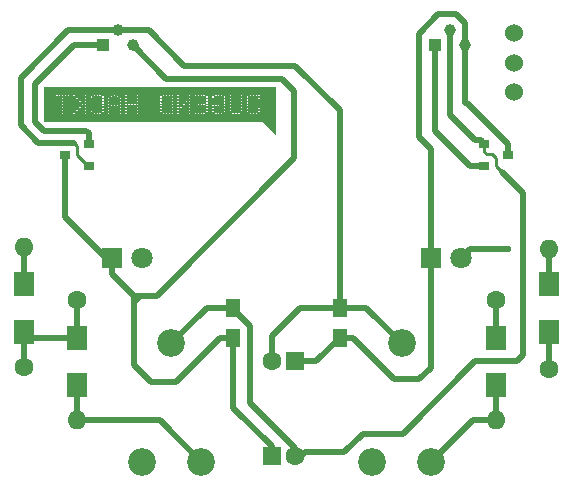
<source format=gbr>
G04 #@! TF.GenerationSoftware,KiCad,Pcbnew,5.0.0*
G04 #@! TF.CreationDate,2018-08-21T17:50:13+02:00*
G04 #@! TF.ProjectId,blink_badge,626C696E6B5F62616467652E6B696361,rev?*
G04 #@! TF.SameCoordinates,Original*
G04 #@! TF.FileFunction,Copper,L2,Bot,Signal*
G04 #@! TF.FilePolarity,Positive*
%FSLAX46Y46*%
G04 Gerber Fmt 4.6, Leading zero omitted, Abs format (unit mm)*
G04 Created by KiCad (PCBNEW 5.0.0) date Tue Aug 21 17:50:13 2018*
%MOMM*%
%LPD*%
G01*
G04 APERTURE LIST*
G04 #@! TA.AperFunction,EtchedComponent*
%ADD10C,0.010000*%
G04 #@! TD*
G04 #@! TA.AperFunction,ComponentPad*
%ADD11C,2.340000*%
G04 #@! TD*
G04 #@! TA.AperFunction,ComponentPad*
%ADD12R,1.600000X1.600000*%
G04 #@! TD*
G04 #@! TA.AperFunction,ComponentPad*
%ADD13C,1.600000*%
G04 #@! TD*
G04 #@! TA.AperFunction,SMDPad,CuDef*
%ADD14R,1.250000X1.500000*%
G04 #@! TD*
G04 #@! TA.AperFunction,ComponentPad*
%ADD15O,1.600000X1.600000*%
G04 #@! TD*
G04 #@! TA.AperFunction,SMDPad,CuDef*
%ADD16R,1.700000X2.000000*%
G04 #@! TD*
G04 #@! TA.AperFunction,ComponentPad*
%ADD17C,1.524000*%
G04 #@! TD*
G04 #@! TA.AperFunction,ComponentPad*
%ADD18R,1.800000X1.800000*%
G04 #@! TD*
G04 #@! TA.AperFunction,ComponentPad*
%ADD19C,1.800000*%
G04 #@! TD*
G04 #@! TA.AperFunction,ComponentPad*
%ADD20C,1.000000*%
G04 #@! TD*
G04 #@! TA.AperFunction,ComponentPad*
%ADD21R,1.000000X1.000000*%
G04 #@! TD*
G04 #@! TA.AperFunction,SMDPad,CuDef*
%ADD22R,0.900000X0.800000*%
G04 #@! TD*
G04 #@! TA.AperFunction,ViaPad*
%ADD23C,0.600000*%
G04 #@! TD*
G04 #@! TA.AperFunction,Conductor*
%ADD24C,0.500000*%
G04 #@! TD*
G04 #@! TA.AperFunction,Conductor*
%ADD25C,0.250000*%
G04 #@! TD*
G04 APERTURE END LIST*
D10*
G04 #@! TO.C,G\002A\002A\002A*
G36*
X31730769Y-84629230D02*
X40948038Y-84628662D01*
X50165307Y-84628093D01*
X50716370Y-85190392D01*
X51267432Y-85752692D01*
X51268272Y-83884719D01*
X49997576Y-83884719D01*
X49984289Y-83923903D01*
X49948591Y-83941370D01*
X49883287Y-83945384D01*
X49784307Y-83945384D01*
X49784307Y-83867230D01*
X49745230Y-83867230D01*
X49745230Y-84062615D01*
X49549846Y-84062615D01*
X49549846Y-84007529D01*
X49508953Y-84007529D01*
X49493295Y-84043981D01*
X49452808Y-84059667D01*
X49394151Y-84062615D01*
X49295846Y-84062615D01*
X49295846Y-83867230D01*
X49256769Y-83867230D01*
X49256769Y-84062615D01*
X49061384Y-84062615D01*
X49061384Y-83867230D01*
X49256769Y-83867230D01*
X49295846Y-83867230D01*
X49295846Y-83865188D01*
X49398423Y-83871094D01*
X49458205Y-83875813D01*
X49489395Y-83885601D01*
X49502437Y-83907294D01*
X49507261Y-83942360D01*
X49508953Y-84007529D01*
X49549846Y-84007529D01*
X49549846Y-83867230D01*
X49745230Y-83867230D01*
X49784307Y-83867230D01*
X49784307Y-83730461D01*
X49002769Y-83730461D01*
X49002769Y-83945384D01*
X48807384Y-83945384D01*
X48807384Y-83867230D01*
X48279846Y-83867230D01*
X48279846Y-84062615D01*
X48084461Y-84062615D01*
X48084461Y-83867230D01*
X48025846Y-83867230D01*
X48025846Y-84062615D01*
X47830461Y-84062615D01*
X47830461Y-83867230D01*
X47791384Y-83867230D01*
X47791384Y-84062615D01*
X47576461Y-84062615D01*
X47576461Y-83867230D01*
X47791384Y-83867230D01*
X47830461Y-83867230D01*
X48025846Y-83867230D01*
X48084461Y-83867230D01*
X48279846Y-83867230D01*
X48807384Y-83867230D01*
X48807384Y-83730461D01*
X49002769Y-83730461D01*
X49784307Y-83730461D01*
X49784307Y-83728419D01*
X49886884Y-83734325D01*
X49989461Y-83740230D01*
X49995648Y-83815554D01*
X49997576Y-83884719D01*
X51268272Y-83884719D01*
X51268331Y-83754884D01*
X51268447Y-83496000D01*
X49999230Y-83496000D01*
X49999230Y-83691384D01*
X49784307Y-83691384D01*
X49784307Y-83496000D01*
X49002769Y-83496000D01*
X49002769Y-83691384D01*
X48807384Y-83691384D01*
X48807384Y-83613230D01*
X48514307Y-83613230D01*
X48514307Y-83808615D01*
X48318923Y-83808615D01*
X48318923Y-83613230D01*
X47537384Y-83613230D01*
X47537384Y-83808615D01*
X47342000Y-83808615D01*
X47342000Y-83730461D01*
X47048923Y-83730461D01*
X47048923Y-83945384D01*
X46853538Y-83945384D01*
X46853538Y-83867230D01*
X46814461Y-83867230D01*
X46814461Y-84062615D01*
X46599538Y-84062615D01*
X46599538Y-83867230D01*
X46560461Y-83867230D01*
X46560461Y-84062615D01*
X46365077Y-84062615D01*
X46365077Y-83867230D01*
X46326000Y-83867230D01*
X46326000Y-84062615D01*
X46111077Y-84062615D01*
X46111077Y-83867230D01*
X46326000Y-83867230D01*
X46365077Y-83867230D01*
X46560461Y-83867230D01*
X46599538Y-83867230D01*
X46814461Y-83867230D01*
X46853538Y-83867230D01*
X46853538Y-83730461D01*
X46072000Y-83730461D01*
X46072000Y-83945384D01*
X45876615Y-83945384D01*
X45876615Y-83730461D01*
X45583538Y-83730461D01*
X45583538Y-83945384D01*
X45388154Y-83945384D01*
X45388154Y-83867230D01*
X45349077Y-83867230D01*
X45349077Y-83951897D01*
X45346305Y-84006725D01*
X45339348Y-84043526D01*
X45336051Y-84049589D01*
X45310341Y-84057229D01*
X45259750Y-84061916D01*
X45228589Y-84062615D01*
X45134154Y-84062615D01*
X45134154Y-83867230D01*
X45095077Y-83867230D01*
X45095077Y-84062615D01*
X44899692Y-84062615D01*
X44899692Y-83867230D01*
X44841077Y-83867230D01*
X44841077Y-84062615D01*
X44645692Y-84062615D01*
X44645692Y-83867230D01*
X44606615Y-83867230D01*
X44606615Y-84062615D01*
X44411230Y-84062615D01*
X44411230Y-83867230D01*
X44118154Y-83867230D01*
X44118154Y-84062615D01*
X43922769Y-84062615D01*
X43922769Y-83867230D01*
X43141230Y-83867230D01*
X43141230Y-84062615D01*
X42926307Y-84062615D01*
X42926307Y-83867230D01*
X42652769Y-83867230D01*
X42652769Y-84062615D01*
X42437846Y-84062615D01*
X42437846Y-83867230D01*
X42398769Y-83867230D01*
X42398769Y-84062615D01*
X42203384Y-84062615D01*
X42203384Y-83867230D01*
X42164307Y-83867230D01*
X42164307Y-84062615D01*
X41949384Y-84062615D01*
X41949384Y-83867230D01*
X41910307Y-83867230D01*
X41910307Y-84062615D01*
X41714923Y-84062615D01*
X41714923Y-83884719D01*
X41674192Y-83884719D01*
X41660904Y-83923903D01*
X41625206Y-83941370D01*
X41559902Y-83945384D01*
X41460923Y-83945384D01*
X41460923Y-83867230D01*
X39702461Y-83867230D01*
X39702461Y-84062615D01*
X39507077Y-84062615D01*
X39507077Y-83867230D01*
X38725538Y-83867230D01*
X38725538Y-84062615D01*
X38530154Y-84062615D01*
X38530154Y-83867230D01*
X38237077Y-83867230D01*
X38237077Y-84062615D01*
X38041692Y-84062615D01*
X38041692Y-83867230D01*
X37260154Y-83867230D01*
X37260154Y-84062615D01*
X37064769Y-84062615D01*
X37064769Y-83867230D01*
X37260154Y-83867230D01*
X38041692Y-83867230D01*
X38237077Y-83867230D01*
X38530154Y-83867230D01*
X38725538Y-83867230D01*
X39507077Y-83867230D01*
X39702461Y-83867230D01*
X41460923Y-83867230D01*
X41460923Y-83728419D01*
X41563500Y-83734325D01*
X41666077Y-83740230D01*
X41672263Y-83815554D01*
X41674192Y-83884719D01*
X41714923Y-83884719D01*
X41714923Y-83867230D01*
X41910307Y-83867230D01*
X41949384Y-83867230D01*
X42164307Y-83867230D01*
X42203384Y-83867230D01*
X42398769Y-83867230D01*
X42437846Y-83867230D01*
X42652769Y-83867230D01*
X42926307Y-83867230D01*
X43141230Y-83867230D01*
X43922769Y-83867230D01*
X44118154Y-83867230D01*
X44411230Y-83867230D01*
X44606615Y-83867230D01*
X44645692Y-83867230D01*
X44841077Y-83867230D01*
X44899692Y-83867230D01*
X45095077Y-83867230D01*
X45134154Y-83867230D01*
X45349077Y-83867230D01*
X45388154Y-83867230D01*
X45388154Y-83730461D01*
X45583538Y-83730461D01*
X45876615Y-83730461D01*
X46072000Y-83730461D01*
X46853538Y-83730461D01*
X47048923Y-83730461D01*
X47342000Y-83730461D01*
X47342000Y-83613230D01*
X47537384Y-83613230D01*
X48318923Y-83613230D01*
X48514307Y-83613230D01*
X48807384Y-83613230D01*
X48807384Y-83496000D01*
X49002769Y-83496000D01*
X49784307Y-83496000D01*
X49999230Y-83496000D01*
X51268447Y-83496000D01*
X51268561Y-83242000D01*
X49002769Y-83242000D01*
X49002769Y-83437384D01*
X48807384Y-83437384D01*
X48807384Y-83359230D01*
X48514307Y-83359230D01*
X48514307Y-83574153D01*
X48318923Y-83574153D01*
X48318923Y-83359230D01*
X47537384Y-83359230D01*
X47537384Y-83574153D01*
X47342000Y-83574153D01*
X47342000Y-83496000D01*
X47048923Y-83496000D01*
X47048923Y-83691384D01*
X46853538Y-83691384D01*
X46853538Y-83496000D01*
X46072000Y-83496000D01*
X46072000Y-83691384D01*
X45876615Y-83691384D01*
X45876615Y-83496000D01*
X45583538Y-83496000D01*
X45583538Y-83691384D01*
X45388154Y-83691384D01*
X45388154Y-83613230D01*
X44118154Y-83613230D01*
X44118154Y-83808615D01*
X43922769Y-83808615D01*
X43922769Y-83613230D01*
X43141230Y-83613230D01*
X43141230Y-83808615D01*
X42926307Y-83808615D01*
X42926307Y-83613230D01*
X42652769Y-83613230D01*
X42652769Y-83808615D01*
X42437846Y-83808615D01*
X42437846Y-83613230D01*
X42652769Y-83613230D01*
X42926307Y-83613230D01*
X43141230Y-83613230D01*
X43922769Y-83613230D01*
X44118154Y-83613230D01*
X45388154Y-83613230D01*
X45388154Y-83496000D01*
X45583538Y-83496000D01*
X45876615Y-83496000D01*
X46072000Y-83496000D01*
X46853538Y-83496000D01*
X47048923Y-83496000D01*
X47342000Y-83496000D01*
X47342000Y-83359230D01*
X47537384Y-83359230D01*
X48318923Y-83359230D01*
X48514307Y-83359230D01*
X48807384Y-83359230D01*
X48807384Y-83242000D01*
X49002769Y-83242000D01*
X51268561Y-83242000D01*
X51268675Y-82988000D01*
X49002769Y-82988000D01*
X49002769Y-83202923D01*
X48807384Y-83202923D01*
X48807384Y-83124769D01*
X48514307Y-83124769D01*
X48514307Y-83320153D01*
X48318923Y-83320153D01*
X48318923Y-83124769D01*
X47537384Y-83124769D01*
X47537384Y-83320153D01*
X47342000Y-83320153D01*
X47342000Y-83242000D01*
X47048923Y-83242000D01*
X47048923Y-83437384D01*
X46853538Y-83437384D01*
X46853538Y-83242000D01*
X46560461Y-83242000D01*
X46560461Y-83437384D01*
X46365077Y-83437384D01*
X46365077Y-83242000D01*
X46326000Y-83242000D01*
X46326000Y-83437384D01*
X46111077Y-83437384D01*
X46111077Y-83242000D01*
X46072000Y-83242000D01*
X46072000Y-83437384D01*
X45876615Y-83437384D01*
X45876615Y-83242000D01*
X45583538Y-83242000D01*
X45583538Y-83437384D01*
X45388154Y-83437384D01*
X45388154Y-83359230D01*
X44118154Y-83359230D01*
X44118154Y-83574153D01*
X43922769Y-83574153D01*
X43922769Y-83359230D01*
X43375692Y-83359230D01*
X43375692Y-83574153D01*
X43180307Y-83574153D01*
X43141230Y-83574153D01*
X42924265Y-83574153D01*
X42930171Y-83471577D01*
X42936077Y-83369000D01*
X43038654Y-83363094D01*
X43105764Y-83359230D01*
X42652769Y-83359230D01*
X42652769Y-83574153D01*
X42437846Y-83574153D01*
X42437846Y-83496000D01*
X41675846Y-83496000D01*
X41675846Y-83691384D01*
X41460923Y-83691384D01*
X41460923Y-83613230D01*
X39702461Y-83613230D01*
X39702461Y-83808615D01*
X39507077Y-83808615D01*
X39507077Y-83613230D01*
X38725538Y-83613230D01*
X38725538Y-83808615D01*
X38530154Y-83808615D01*
X38530154Y-83613230D01*
X38237077Y-83613230D01*
X38237077Y-83808615D01*
X38041692Y-83808615D01*
X38041692Y-83613230D01*
X37260154Y-83613230D01*
X37260154Y-83808615D01*
X37064769Y-83808615D01*
X37064769Y-83730461D01*
X36771692Y-83730461D01*
X36771692Y-83945384D01*
X36576307Y-83945384D01*
X36576307Y-83867230D01*
X36517692Y-83867230D01*
X36517692Y-84062615D01*
X36322307Y-84062615D01*
X36322307Y-83867230D01*
X36283230Y-83867230D01*
X36283230Y-84062615D01*
X36087846Y-84062615D01*
X36087846Y-83867230D01*
X36029230Y-83867230D01*
X36029230Y-84062615D01*
X35833846Y-84062615D01*
X35833846Y-83867230D01*
X36029230Y-83867230D01*
X36087846Y-83867230D01*
X36283230Y-83867230D01*
X36322307Y-83867230D01*
X36517692Y-83867230D01*
X36576307Y-83867230D01*
X36576307Y-83730461D01*
X35794769Y-83730461D01*
X35794769Y-83945384D01*
X35599384Y-83945384D01*
X35599384Y-83867230D01*
X35306307Y-83867230D01*
X35306307Y-84062615D01*
X35091384Y-84062615D01*
X35091384Y-83867230D01*
X34329384Y-83867230D01*
X34329384Y-84062615D01*
X34114461Y-84062615D01*
X34114461Y-83867230D01*
X33352461Y-83867230D01*
X33352461Y-84062615D01*
X33137538Y-84062615D01*
X33137538Y-83867230D01*
X33352461Y-83867230D01*
X34114461Y-83867230D01*
X34329384Y-83867230D01*
X35091384Y-83867230D01*
X35306307Y-83867230D01*
X35599384Y-83867230D01*
X35599384Y-83730461D01*
X35794769Y-83730461D01*
X36576307Y-83730461D01*
X36771692Y-83730461D01*
X37064769Y-83730461D01*
X37064769Y-83613230D01*
X37260154Y-83613230D01*
X38041692Y-83613230D01*
X38237077Y-83613230D01*
X38530154Y-83613230D01*
X38725538Y-83613230D01*
X39507077Y-83613230D01*
X39702461Y-83613230D01*
X41460923Y-83613230D01*
X41460923Y-83496000D01*
X41675846Y-83496000D01*
X42437846Y-83496000D01*
X42437846Y-83359230D01*
X42652769Y-83359230D01*
X43105764Y-83359230D01*
X43141230Y-83357188D01*
X43141230Y-83574153D01*
X43180307Y-83574153D01*
X43180307Y-83359230D01*
X43375692Y-83359230D01*
X43922769Y-83359230D01*
X44118154Y-83359230D01*
X45388154Y-83359230D01*
X45388154Y-83265068D01*
X45347260Y-83265068D01*
X45331603Y-83301519D01*
X45291116Y-83317206D01*
X45232459Y-83320153D01*
X45134154Y-83320153D01*
X45134154Y-83124769D01*
X45095077Y-83124769D01*
X45095077Y-83320153D01*
X44899692Y-83320153D01*
X44899692Y-83124769D01*
X44841077Y-83124769D01*
X44841077Y-83320153D01*
X44645692Y-83320153D01*
X44645692Y-83124769D01*
X44118154Y-83124769D01*
X44118154Y-83320153D01*
X43922769Y-83320153D01*
X43922769Y-83124769D01*
X43629692Y-83124769D01*
X43629692Y-83320153D01*
X43414769Y-83320153D01*
X43414769Y-83124769D01*
X43141230Y-83124769D01*
X43141230Y-83320153D01*
X42926307Y-83320153D01*
X42926307Y-83124769D01*
X42652769Y-83124769D01*
X42652769Y-83320153D01*
X42437846Y-83320153D01*
X42437846Y-83242000D01*
X41675846Y-83242000D01*
X41675846Y-83437384D01*
X41460923Y-83437384D01*
X41460923Y-83359230D01*
X39702461Y-83359230D01*
X39702461Y-83574153D01*
X39507077Y-83574153D01*
X39507077Y-83359230D01*
X38725538Y-83359230D01*
X38725538Y-83574153D01*
X38530154Y-83574153D01*
X38530154Y-83359230D01*
X38237077Y-83359230D01*
X38237077Y-83574153D01*
X38041692Y-83574153D01*
X38041692Y-83359230D01*
X38237077Y-83359230D01*
X38530154Y-83359230D01*
X38725538Y-83359230D01*
X39507077Y-83359230D01*
X39702461Y-83359230D01*
X41460923Y-83359230D01*
X41460923Y-83242000D01*
X41675846Y-83242000D01*
X42437846Y-83242000D01*
X42437846Y-83202923D01*
X41677888Y-83202923D01*
X41460923Y-83202923D01*
X41460923Y-83124769D01*
X39702461Y-83124769D01*
X39702461Y-83320153D01*
X39507077Y-83320153D01*
X39507077Y-83124769D01*
X39468000Y-83124769D01*
X39468000Y-83320153D01*
X39253077Y-83320153D01*
X39253077Y-83124769D01*
X39214000Y-83124769D01*
X39214000Y-83320153D01*
X39018615Y-83320153D01*
X39018615Y-83124769D01*
X38979538Y-83124769D01*
X38979538Y-83320153D01*
X38764615Y-83320153D01*
X38764615Y-83124769D01*
X38725538Y-83124769D01*
X38725538Y-83320153D01*
X38530154Y-83320153D01*
X38530154Y-83124769D01*
X38237077Y-83124769D01*
X38237077Y-83320153D01*
X38041692Y-83320153D01*
X38041692Y-83242000D01*
X38002615Y-83242000D01*
X38002615Y-83437384D01*
X37787692Y-83437384D01*
X37787692Y-83242000D01*
X37748615Y-83242000D01*
X37748615Y-83437384D01*
X37553230Y-83437384D01*
X37553230Y-83242000D01*
X37514154Y-83242000D01*
X37514154Y-83437384D01*
X37299230Y-83437384D01*
X37299230Y-83359230D01*
X37260154Y-83359230D01*
X37260154Y-83574153D01*
X37064769Y-83574153D01*
X37064769Y-83496000D01*
X36771692Y-83496000D01*
X36771692Y-83691384D01*
X36576307Y-83691384D01*
X36576307Y-83613230D01*
X35306307Y-83613230D01*
X35306307Y-83808615D01*
X35091384Y-83808615D01*
X35091384Y-83613230D01*
X34563846Y-83613230D01*
X34563846Y-83808615D01*
X34368461Y-83808615D01*
X34368461Y-83613230D01*
X33352461Y-83613230D01*
X33352461Y-83808615D01*
X33137538Y-83808615D01*
X33137538Y-83613230D01*
X33352461Y-83613230D01*
X34368461Y-83613230D01*
X34563846Y-83613230D01*
X35091384Y-83613230D01*
X35306307Y-83613230D01*
X36576307Y-83613230D01*
X36576307Y-83576196D01*
X35306307Y-83576196D01*
X35270824Y-83574153D01*
X34817846Y-83574153D01*
X34600881Y-83574153D01*
X33354503Y-83574153D01*
X33137538Y-83574153D01*
X33137538Y-83357188D01*
X33342692Y-83369000D01*
X33348598Y-83471577D01*
X33354503Y-83574153D01*
X34600881Y-83574153D01*
X34606786Y-83471577D01*
X34612692Y-83369000D01*
X34817846Y-83357188D01*
X34817846Y-83574153D01*
X35270824Y-83574153D01*
X35203730Y-83570290D01*
X35101154Y-83564384D01*
X35101154Y-83369000D01*
X35203730Y-83363094D01*
X35306307Y-83357188D01*
X35306307Y-83576196D01*
X36576307Y-83576196D01*
X36576307Y-83496000D01*
X36771692Y-83496000D01*
X37064769Y-83496000D01*
X37064769Y-83359230D01*
X37260154Y-83359230D01*
X37299230Y-83359230D01*
X37299230Y-83242000D01*
X37514154Y-83242000D01*
X37553230Y-83242000D01*
X37748615Y-83242000D01*
X37787692Y-83242000D01*
X38002615Y-83242000D01*
X38041692Y-83242000D01*
X38041692Y-83124769D01*
X37260154Y-83124769D01*
X37260154Y-83320153D01*
X37064769Y-83320153D01*
X37064769Y-83242000D01*
X36771692Y-83242000D01*
X36771692Y-83437384D01*
X36576307Y-83437384D01*
X36576307Y-83242000D01*
X36771692Y-83242000D01*
X37064769Y-83242000D01*
X37064769Y-83124769D01*
X37260154Y-83124769D01*
X38041692Y-83124769D01*
X38237077Y-83124769D01*
X38530154Y-83124769D01*
X38725538Y-83124769D01*
X38764615Y-83124769D01*
X38979538Y-83124769D01*
X39018615Y-83124769D01*
X39214000Y-83124769D01*
X39253077Y-83124769D01*
X39468000Y-83124769D01*
X39507077Y-83124769D01*
X39702461Y-83124769D01*
X41460923Y-83124769D01*
X41460923Y-82985957D01*
X41666077Y-82997769D01*
X41671982Y-83100346D01*
X41677888Y-83202923D01*
X42437846Y-83202923D01*
X42437846Y-83124769D01*
X42652769Y-83124769D01*
X42926307Y-83124769D01*
X43141230Y-83124769D01*
X43414769Y-83124769D01*
X43629692Y-83124769D01*
X43922769Y-83124769D01*
X44118154Y-83124769D01*
X44645692Y-83124769D01*
X44841077Y-83124769D01*
X44899692Y-83124769D01*
X45095077Y-83124769D01*
X45134154Y-83124769D01*
X45134154Y-83122727D01*
X45236730Y-83128632D01*
X45296513Y-83133352D01*
X45327703Y-83143139D01*
X45340744Y-83164832D01*
X45345569Y-83199898D01*
X45347260Y-83265068D01*
X45388154Y-83265068D01*
X45388154Y-83242000D01*
X45583538Y-83242000D01*
X45876615Y-83242000D01*
X46072000Y-83242000D01*
X46111077Y-83242000D01*
X46326000Y-83242000D01*
X46365077Y-83242000D01*
X46560461Y-83242000D01*
X46853538Y-83242000D01*
X47048923Y-83242000D01*
X47342000Y-83242000D01*
X47342000Y-83124769D01*
X47537384Y-83124769D01*
X48318923Y-83124769D01*
X48514307Y-83124769D01*
X48807384Y-83124769D01*
X48807384Y-82988000D01*
X49002769Y-82988000D01*
X51268675Y-82988000D01*
X51268834Y-82636307D01*
X49999230Y-82636307D01*
X49999230Y-82831692D01*
X49784307Y-82831692D01*
X49784307Y-82753538D01*
X49002769Y-82753538D01*
X49002769Y-82948923D01*
X48807384Y-82948923D01*
X48807384Y-82870769D01*
X48514307Y-82870769D01*
X48514307Y-83085692D01*
X48318923Y-83085692D01*
X48318923Y-82870769D01*
X47537384Y-82870769D01*
X47537384Y-83085692D01*
X47342000Y-83085692D01*
X47342000Y-82988000D01*
X47048923Y-82988000D01*
X47048923Y-83202923D01*
X46853538Y-83202923D01*
X46853538Y-82988000D01*
X45583538Y-82988000D01*
X45583538Y-83202923D01*
X45388154Y-83202923D01*
X45388154Y-82988000D01*
X45583538Y-82988000D01*
X46853538Y-82988000D01*
X47048923Y-82988000D01*
X47342000Y-82988000D01*
X47342000Y-82870769D01*
X47537384Y-82870769D01*
X48318923Y-82870769D01*
X48514307Y-82870769D01*
X48807384Y-82870769D01*
X48807384Y-82753538D01*
X49002769Y-82753538D01*
X49784307Y-82753538D01*
X49784307Y-82636307D01*
X49999230Y-82636307D01*
X51268834Y-82636307D01*
X51268948Y-82382307D01*
X49999230Y-82382307D01*
X49999230Y-82577692D01*
X49784307Y-82577692D01*
X49784307Y-82382307D01*
X49745230Y-82382307D01*
X49745230Y-82577692D01*
X49549846Y-82577692D01*
X49549846Y-82522606D01*
X49508953Y-82522606D01*
X49493295Y-82559058D01*
X49452808Y-82574744D01*
X49394151Y-82577692D01*
X49295846Y-82577692D01*
X49295846Y-82382307D01*
X49256769Y-82382307D01*
X49256769Y-82577692D01*
X49061384Y-82577692D01*
X49061384Y-82499538D01*
X49002769Y-82499538D01*
X49002769Y-82714461D01*
X48807384Y-82714461D01*
X48807384Y-82636307D01*
X48514307Y-82636307D01*
X48514307Y-82831692D01*
X48318923Y-82831692D01*
X48318923Y-82636307D01*
X47537384Y-82636307D01*
X47537384Y-82831692D01*
X47342000Y-82831692D01*
X47342000Y-82753538D01*
X47048923Y-82753538D01*
X47048923Y-82948923D01*
X46853538Y-82948923D01*
X46853538Y-82753538D01*
X45583538Y-82753538D01*
X45583538Y-82948923D01*
X45388154Y-82948923D01*
X45388154Y-82870769D01*
X44118154Y-82870769D01*
X44118154Y-83085692D01*
X43922769Y-83085692D01*
X43922769Y-82870769D01*
X43864154Y-82870769D01*
X43864154Y-83085692D01*
X43668769Y-83085692D01*
X43668769Y-82870769D01*
X43141230Y-82870769D01*
X43141230Y-82965205D01*
X43138560Y-83023313D01*
X43131779Y-83064062D01*
X43127304Y-83073567D01*
X43100922Y-83080779D01*
X43050540Y-83082777D01*
X43024727Y-83081708D01*
X42936077Y-83075923D01*
X42924265Y-82870769D01*
X42652769Y-82870769D01*
X42652769Y-82965205D01*
X42650099Y-83023313D01*
X42643317Y-83064062D01*
X42638843Y-83073567D01*
X42612461Y-83080779D01*
X42562078Y-83082777D01*
X42536266Y-83081708D01*
X42447615Y-83075923D01*
X42441709Y-82973346D01*
X42435804Y-82870769D01*
X42652769Y-82870769D01*
X42924265Y-82870769D01*
X43141230Y-82870769D01*
X43668769Y-82870769D01*
X43864154Y-82870769D01*
X43922769Y-82870769D01*
X44118154Y-82870769D01*
X45388154Y-82870769D01*
X45388154Y-82753538D01*
X45583538Y-82753538D01*
X46853538Y-82753538D01*
X47048923Y-82753538D01*
X47342000Y-82753538D01*
X47342000Y-82636307D01*
X47537384Y-82636307D01*
X48318923Y-82636307D01*
X48514307Y-82636307D01*
X48807384Y-82636307D01*
X48807384Y-82499538D01*
X49002769Y-82499538D01*
X49061384Y-82499538D01*
X49061384Y-82382307D01*
X48514307Y-82382307D01*
X48514307Y-82577692D01*
X48318923Y-82577692D01*
X48318923Y-82382307D01*
X47537384Y-82382307D01*
X47537384Y-82577692D01*
X47342000Y-82577692D01*
X47342000Y-82499538D01*
X47048923Y-82499538D01*
X47048923Y-82714461D01*
X46853538Y-82714461D01*
X46853538Y-82499538D01*
X47048923Y-82499538D01*
X47342000Y-82499538D01*
X47342000Y-82382307D01*
X46814461Y-82382307D01*
X46814461Y-82577692D01*
X46599538Y-82577692D01*
X46599538Y-82382307D01*
X46560461Y-82382307D01*
X46560461Y-82577692D01*
X46365077Y-82577692D01*
X46365077Y-82382307D01*
X46326000Y-82382307D01*
X46326000Y-82577692D01*
X46111077Y-82577692D01*
X46111077Y-82499538D01*
X46072000Y-82499538D01*
X46072000Y-82714461D01*
X45876615Y-82714461D01*
X45876615Y-82499538D01*
X45583538Y-82499538D01*
X45583538Y-82714461D01*
X45388154Y-82714461D01*
X45388154Y-82636307D01*
X44118154Y-82636307D01*
X44118154Y-82831692D01*
X43922769Y-82831692D01*
X43922769Y-82636307D01*
X43141230Y-82636307D01*
X43141230Y-82831692D01*
X42926307Y-82831692D01*
X42926307Y-82636307D01*
X42652769Y-82636307D01*
X42652769Y-82831692D01*
X42437846Y-82831692D01*
X42437846Y-82753538D01*
X41675846Y-82753538D01*
X41675846Y-82948923D01*
X41460923Y-82948923D01*
X41460923Y-82870769D01*
X39702461Y-82870769D01*
X39702461Y-83085692D01*
X39507077Y-83085692D01*
X39507077Y-82870769D01*
X38725538Y-82870769D01*
X38725538Y-83085692D01*
X38530154Y-83085692D01*
X38530154Y-82870769D01*
X38237077Y-82870769D01*
X38237077Y-83085692D01*
X38041692Y-83085692D01*
X38041692Y-82870769D01*
X37260154Y-82870769D01*
X37260154Y-83085692D01*
X37064769Y-83085692D01*
X37064769Y-82988000D01*
X36771692Y-82988000D01*
X36771692Y-83202923D01*
X36576307Y-83202923D01*
X36576307Y-83124769D01*
X35306307Y-83124769D01*
X35306307Y-83320153D01*
X35091384Y-83320153D01*
X35091384Y-83124769D01*
X35052307Y-83124769D01*
X35052307Y-83320153D01*
X34856923Y-83320153D01*
X34856923Y-83124769D01*
X33352461Y-83124769D01*
X33352461Y-83320153D01*
X33137538Y-83320153D01*
X33137538Y-83124769D01*
X33352461Y-83124769D01*
X34856923Y-83124769D01*
X35052307Y-83124769D01*
X35091384Y-83124769D01*
X35306307Y-83124769D01*
X36576307Y-83124769D01*
X36576307Y-82988000D01*
X36771692Y-82988000D01*
X37064769Y-82988000D01*
X37064769Y-82870769D01*
X37260154Y-82870769D01*
X38041692Y-82870769D01*
X38237077Y-82870769D01*
X38530154Y-82870769D01*
X38725538Y-82870769D01*
X39507077Y-82870769D01*
X39702461Y-82870769D01*
X41460923Y-82870769D01*
X41460923Y-82753538D01*
X41675846Y-82753538D01*
X42437846Y-82753538D01*
X42437846Y-82636307D01*
X42652769Y-82636307D01*
X42926307Y-82636307D01*
X43141230Y-82636307D01*
X43922769Y-82636307D01*
X44118154Y-82636307D01*
X45388154Y-82636307D01*
X45388154Y-82522606D01*
X45347260Y-82522606D01*
X45331603Y-82559058D01*
X45291116Y-82574744D01*
X45232459Y-82577692D01*
X45134154Y-82577692D01*
X45134154Y-82382307D01*
X45095077Y-82382307D01*
X45095077Y-82577692D01*
X44899692Y-82577692D01*
X44899692Y-82382307D01*
X44841077Y-82382307D01*
X44841077Y-82577692D01*
X44645692Y-82577692D01*
X44645692Y-82382307D01*
X44606615Y-82382307D01*
X44606615Y-82577692D01*
X44411230Y-82577692D01*
X44411230Y-82382307D01*
X44118154Y-82382307D01*
X44118154Y-82577692D01*
X43922769Y-82577692D01*
X43922769Y-82382307D01*
X43141230Y-82382307D01*
X43141230Y-82577692D01*
X42926307Y-82577692D01*
X42926307Y-82382307D01*
X42652769Y-82382307D01*
X42652769Y-82577692D01*
X42437846Y-82577692D01*
X42437846Y-82382307D01*
X42398769Y-82382307D01*
X42398769Y-82577692D01*
X42203384Y-82577692D01*
X42203384Y-82382307D01*
X42164307Y-82382307D01*
X42164307Y-82577692D01*
X41949384Y-82577692D01*
X41949384Y-82382307D01*
X41910307Y-82382307D01*
X41910307Y-82577692D01*
X41714923Y-82577692D01*
X41714923Y-82499538D01*
X41675846Y-82499538D01*
X41675846Y-82593974D01*
X41673353Y-82651855D01*
X41667022Y-82692163D01*
X41662820Y-82701435D01*
X41637111Y-82709075D01*
X41586520Y-82713762D01*
X41555359Y-82714461D01*
X41460923Y-82714461D01*
X41460923Y-82636307D01*
X39702461Y-82636307D01*
X39702461Y-82831692D01*
X39507077Y-82831692D01*
X39507077Y-82636307D01*
X38725538Y-82636307D01*
X38725538Y-82831692D01*
X38530154Y-82831692D01*
X38530154Y-82636307D01*
X38237077Y-82636307D01*
X38237077Y-82831692D01*
X38041692Y-82831692D01*
X38041692Y-82636307D01*
X38237077Y-82636307D01*
X38530154Y-82636307D01*
X38725538Y-82636307D01*
X39507077Y-82636307D01*
X39702461Y-82636307D01*
X41460923Y-82636307D01*
X41460923Y-82499538D01*
X41675846Y-82499538D01*
X41714923Y-82499538D01*
X41714923Y-82382307D01*
X39702461Y-82382307D01*
X39702461Y-82577692D01*
X39507077Y-82577692D01*
X39507077Y-82382307D01*
X38725538Y-82382307D01*
X38725538Y-82577692D01*
X38530154Y-82577692D01*
X38530154Y-82440923D01*
X38002615Y-82440923D01*
X38002615Y-82636307D01*
X37787692Y-82636307D01*
X37787692Y-82440923D01*
X38002615Y-82440923D01*
X38530154Y-82440923D01*
X38530154Y-82382307D01*
X37748615Y-82382307D01*
X37748615Y-82577692D01*
X37553230Y-82577692D01*
X37553230Y-82440923D01*
X37514154Y-82440923D01*
X37514154Y-82636307D01*
X37299230Y-82636307D01*
X37260154Y-82636307D01*
X37260154Y-82831692D01*
X37064769Y-82831692D01*
X37064769Y-82753538D01*
X36771692Y-82753538D01*
X36771692Y-82948923D01*
X36576307Y-82948923D01*
X36576307Y-82870769D01*
X35306307Y-82870769D01*
X35306307Y-83087734D01*
X35203730Y-83081828D01*
X35101154Y-83075923D01*
X35089342Y-82870769D01*
X34817846Y-82870769D01*
X34817846Y-82965205D01*
X34815176Y-83023313D01*
X34808394Y-83064062D01*
X34803919Y-83073567D01*
X34777538Y-83080779D01*
X34727155Y-83082777D01*
X34701343Y-83081708D01*
X34612692Y-83075923D01*
X34606786Y-82973346D01*
X34600881Y-82870769D01*
X33352461Y-82870769D01*
X33352461Y-82965205D01*
X33349791Y-83023313D01*
X33343010Y-83064062D01*
X33338535Y-83073567D01*
X33312153Y-83080779D01*
X33261771Y-83082777D01*
X33235958Y-83081708D01*
X33147307Y-83075923D01*
X33141402Y-82973346D01*
X33135496Y-82870769D01*
X33352461Y-82870769D01*
X34600881Y-82870769D01*
X34817846Y-82870769D01*
X35089342Y-82870769D01*
X35306307Y-82870769D01*
X36576307Y-82870769D01*
X36576307Y-82753538D01*
X36771692Y-82753538D01*
X37064769Y-82753538D01*
X37064769Y-82636307D01*
X37260154Y-82636307D01*
X37299230Y-82636307D01*
X37299230Y-82499538D01*
X36771692Y-82499538D01*
X36771692Y-82714461D01*
X36576307Y-82714461D01*
X36576307Y-82499538D01*
X36771692Y-82499538D01*
X37299230Y-82499538D01*
X37299230Y-82440923D01*
X37514154Y-82440923D01*
X37553230Y-82440923D01*
X37553230Y-82382307D01*
X36517692Y-82382307D01*
X36517692Y-82577692D01*
X36322307Y-82577692D01*
X36322307Y-82382307D01*
X36283230Y-82382307D01*
X36283230Y-82577692D01*
X36087846Y-82577692D01*
X36087846Y-82382307D01*
X36029230Y-82382307D01*
X36029230Y-82577692D01*
X35833846Y-82577692D01*
X35833846Y-82499538D01*
X35794769Y-82499538D01*
X35794769Y-82714461D01*
X35599384Y-82714461D01*
X35599384Y-82636307D01*
X35306307Y-82636307D01*
X35306307Y-82831692D01*
X35091384Y-82831692D01*
X35091384Y-82636307D01*
X34563846Y-82636307D01*
X34563846Y-82831692D01*
X34368461Y-82831692D01*
X34368461Y-82636307D01*
X33352461Y-82636307D01*
X33352461Y-82831692D01*
X33137538Y-82831692D01*
X33137538Y-82636307D01*
X33352461Y-82636307D01*
X34368461Y-82636307D01*
X34563846Y-82636307D01*
X35091384Y-82636307D01*
X35306307Y-82636307D01*
X35599384Y-82636307D01*
X35599384Y-82499538D01*
X35794769Y-82499538D01*
X35833846Y-82499538D01*
X35833846Y-82382307D01*
X35306307Y-82382307D01*
X35306307Y-82577692D01*
X35091384Y-82577692D01*
X35091384Y-82382307D01*
X34329384Y-82382307D01*
X34329384Y-82577692D01*
X34114461Y-82577692D01*
X34114461Y-82382307D01*
X33840923Y-82382307D01*
X33840923Y-82577692D01*
X33626000Y-82577692D01*
X33626000Y-82382307D01*
X33586923Y-82382307D01*
X33586923Y-82577692D01*
X33391538Y-82577692D01*
X33391538Y-82382307D01*
X33352461Y-82382307D01*
X33352461Y-82577692D01*
X33137538Y-82577692D01*
X33137538Y-82382307D01*
X33098461Y-82382307D01*
X33098461Y-82577692D01*
X32903077Y-82577692D01*
X32903077Y-82382307D01*
X32864000Y-82382307D01*
X32864000Y-82577692D01*
X32649077Y-82577692D01*
X32649077Y-82382307D01*
X32864000Y-82382307D01*
X32903077Y-82382307D01*
X33098461Y-82382307D01*
X33137538Y-82382307D01*
X33352461Y-82382307D01*
X33391538Y-82382307D01*
X33586923Y-82382307D01*
X33626000Y-82382307D01*
X33840923Y-82382307D01*
X34114461Y-82382307D01*
X34329384Y-82382307D01*
X35091384Y-82382307D01*
X35306307Y-82382307D01*
X35833846Y-82382307D01*
X36029230Y-82382307D01*
X36087846Y-82382307D01*
X36283230Y-82382307D01*
X36322307Y-82382307D01*
X36517692Y-82382307D01*
X37553230Y-82382307D01*
X37748615Y-82382307D01*
X38530154Y-82382307D01*
X38725538Y-82382307D01*
X39507077Y-82382307D01*
X39702461Y-82382307D01*
X41714923Y-82382307D01*
X41910307Y-82382307D01*
X41949384Y-82382307D01*
X42164307Y-82382307D01*
X42203384Y-82382307D01*
X42398769Y-82382307D01*
X42437846Y-82382307D01*
X42652769Y-82382307D01*
X42926307Y-82382307D01*
X43141230Y-82382307D01*
X43922769Y-82382307D01*
X44118154Y-82382307D01*
X44411230Y-82382307D01*
X44606615Y-82382307D01*
X44645692Y-82382307D01*
X44841077Y-82382307D01*
X44899692Y-82382307D01*
X45095077Y-82382307D01*
X45134154Y-82382307D01*
X45134154Y-82380265D01*
X45236730Y-82386171D01*
X45296513Y-82390890D01*
X45327703Y-82400677D01*
X45340744Y-82422371D01*
X45345569Y-82457436D01*
X45347260Y-82522606D01*
X45388154Y-82522606D01*
X45388154Y-82499538D01*
X45583538Y-82499538D01*
X45876615Y-82499538D01*
X46072000Y-82499538D01*
X46111077Y-82499538D01*
X46111077Y-82382307D01*
X46326000Y-82382307D01*
X46365077Y-82382307D01*
X46560461Y-82382307D01*
X46599538Y-82382307D01*
X46814461Y-82382307D01*
X47342000Y-82382307D01*
X47537384Y-82382307D01*
X48318923Y-82382307D01*
X48514307Y-82382307D01*
X49061384Y-82382307D01*
X49256769Y-82382307D01*
X49295846Y-82382307D01*
X49295846Y-82380265D01*
X49398423Y-82386171D01*
X49458205Y-82390890D01*
X49489395Y-82400677D01*
X49502437Y-82422371D01*
X49507261Y-82457436D01*
X49508953Y-82522606D01*
X49549846Y-82522606D01*
X49549846Y-82382307D01*
X49745230Y-82382307D01*
X49784307Y-82382307D01*
X49999230Y-82382307D01*
X51268948Y-82382307D01*
X51269230Y-81757077D01*
X31730769Y-81757077D01*
X31730769Y-84629230D01*
X31730769Y-84629230D01*
G37*
X31730769Y-84629230D02*
X40948038Y-84628662D01*
X50165307Y-84628093D01*
X50716370Y-85190392D01*
X51267432Y-85752692D01*
X51268272Y-83884719D01*
X49997576Y-83884719D01*
X49984289Y-83923903D01*
X49948591Y-83941370D01*
X49883287Y-83945384D01*
X49784307Y-83945384D01*
X49784307Y-83867230D01*
X49745230Y-83867230D01*
X49745230Y-84062615D01*
X49549846Y-84062615D01*
X49549846Y-84007529D01*
X49508953Y-84007529D01*
X49493295Y-84043981D01*
X49452808Y-84059667D01*
X49394151Y-84062615D01*
X49295846Y-84062615D01*
X49295846Y-83867230D01*
X49256769Y-83867230D01*
X49256769Y-84062615D01*
X49061384Y-84062615D01*
X49061384Y-83867230D01*
X49256769Y-83867230D01*
X49295846Y-83867230D01*
X49295846Y-83865188D01*
X49398423Y-83871094D01*
X49458205Y-83875813D01*
X49489395Y-83885601D01*
X49502437Y-83907294D01*
X49507261Y-83942360D01*
X49508953Y-84007529D01*
X49549846Y-84007529D01*
X49549846Y-83867230D01*
X49745230Y-83867230D01*
X49784307Y-83867230D01*
X49784307Y-83730461D01*
X49002769Y-83730461D01*
X49002769Y-83945384D01*
X48807384Y-83945384D01*
X48807384Y-83867230D01*
X48279846Y-83867230D01*
X48279846Y-84062615D01*
X48084461Y-84062615D01*
X48084461Y-83867230D01*
X48025846Y-83867230D01*
X48025846Y-84062615D01*
X47830461Y-84062615D01*
X47830461Y-83867230D01*
X47791384Y-83867230D01*
X47791384Y-84062615D01*
X47576461Y-84062615D01*
X47576461Y-83867230D01*
X47791384Y-83867230D01*
X47830461Y-83867230D01*
X48025846Y-83867230D01*
X48084461Y-83867230D01*
X48279846Y-83867230D01*
X48807384Y-83867230D01*
X48807384Y-83730461D01*
X49002769Y-83730461D01*
X49784307Y-83730461D01*
X49784307Y-83728419D01*
X49886884Y-83734325D01*
X49989461Y-83740230D01*
X49995648Y-83815554D01*
X49997576Y-83884719D01*
X51268272Y-83884719D01*
X51268331Y-83754884D01*
X51268447Y-83496000D01*
X49999230Y-83496000D01*
X49999230Y-83691384D01*
X49784307Y-83691384D01*
X49784307Y-83496000D01*
X49002769Y-83496000D01*
X49002769Y-83691384D01*
X48807384Y-83691384D01*
X48807384Y-83613230D01*
X48514307Y-83613230D01*
X48514307Y-83808615D01*
X48318923Y-83808615D01*
X48318923Y-83613230D01*
X47537384Y-83613230D01*
X47537384Y-83808615D01*
X47342000Y-83808615D01*
X47342000Y-83730461D01*
X47048923Y-83730461D01*
X47048923Y-83945384D01*
X46853538Y-83945384D01*
X46853538Y-83867230D01*
X46814461Y-83867230D01*
X46814461Y-84062615D01*
X46599538Y-84062615D01*
X46599538Y-83867230D01*
X46560461Y-83867230D01*
X46560461Y-84062615D01*
X46365077Y-84062615D01*
X46365077Y-83867230D01*
X46326000Y-83867230D01*
X46326000Y-84062615D01*
X46111077Y-84062615D01*
X46111077Y-83867230D01*
X46326000Y-83867230D01*
X46365077Y-83867230D01*
X46560461Y-83867230D01*
X46599538Y-83867230D01*
X46814461Y-83867230D01*
X46853538Y-83867230D01*
X46853538Y-83730461D01*
X46072000Y-83730461D01*
X46072000Y-83945384D01*
X45876615Y-83945384D01*
X45876615Y-83730461D01*
X45583538Y-83730461D01*
X45583538Y-83945384D01*
X45388154Y-83945384D01*
X45388154Y-83867230D01*
X45349077Y-83867230D01*
X45349077Y-83951897D01*
X45346305Y-84006725D01*
X45339348Y-84043526D01*
X45336051Y-84049589D01*
X45310341Y-84057229D01*
X45259750Y-84061916D01*
X45228589Y-84062615D01*
X45134154Y-84062615D01*
X45134154Y-83867230D01*
X45095077Y-83867230D01*
X45095077Y-84062615D01*
X44899692Y-84062615D01*
X44899692Y-83867230D01*
X44841077Y-83867230D01*
X44841077Y-84062615D01*
X44645692Y-84062615D01*
X44645692Y-83867230D01*
X44606615Y-83867230D01*
X44606615Y-84062615D01*
X44411230Y-84062615D01*
X44411230Y-83867230D01*
X44118154Y-83867230D01*
X44118154Y-84062615D01*
X43922769Y-84062615D01*
X43922769Y-83867230D01*
X43141230Y-83867230D01*
X43141230Y-84062615D01*
X42926307Y-84062615D01*
X42926307Y-83867230D01*
X42652769Y-83867230D01*
X42652769Y-84062615D01*
X42437846Y-84062615D01*
X42437846Y-83867230D01*
X42398769Y-83867230D01*
X42398769Y-84062615D01*
X42203384Y-84062615D01*
X42203384Y-83867230D01*
X42164307Y-83867230D01*
X42164307Y-84062615D01*
X41949384Y-84062615D01*
X41949384Y-83867230D01*
X41910307Y-83867230D01*
X41910307Y-84062615D01*
X41714923Y-84062615D01*
X41714923Y-83884719D01*
X41674192Y-83884719D01*
X41660904Y-83923903D01*
X41625206Y-83941370D01*
X41559902Y-83945384D01*
X41460923Y-83945384D01*
X41460923Y-83867230D01*
X39702461Y-83867230D01*
X39702461Y-84062615D01*
X39507077Y-84062615D01*
X39507077Y-83867230D01*
X38725538Y-83867230D01*
X38725538Y-84062615D01*
X38530154Y-84062615D01*
X38530154Y-83867230D01*
X38237077Y-83867230D01*
X38237077Y-84062615D01*
X38041692Y-84062615D01*
X38041692Y-83867230D01*
X37260154Y-83867230D01*
X37260154Y-84062615D01*
X37064769Y-84062615D01*
X37064769Y-83867230D01*
X37260154Y-83867230D01*
X38041692Y-83867230D01*
X38237077Y-83867230D01*
X38530154Y-83867230D01*
X38725538Y-83867230D01*
X39507077Y-83867230D01*
X39702461Y-83867230D01*
X41460923Y-83867230D01*
X41460923Y-83728419D01*
X41563500Y-83734325D01*
X41666077Y-83740230D01*
X41672263Y-83815554D01*
X41674192Y-83884719D01*
X41714923Y-83884719D01*
X41714923Y-83867230D01*
X41910307Y-83867230D01*
X41949384Y-83867230D01*
X42164307Y-83867230D01*
X42203384Y-83867230D01*
X42398769Y-83867230D01*
X42437846Y-83867230D01*
X42652769Y-83867230D01*
X42926307Y-83867230D01*
X43141230Y-83867230D01*
X43922769Y-83867230D01*
X44118154Y-83867230D01*
X44411230Y-83867230D01*
X44606615Y-83867230D01*
X44645692Y-83867230D01*
X44841077Y-83867230D01*
X44899692Y-83867230D01*
X45095077Y-83867230D01*
X45134154Y-83867230D01*
X45349077Y-83867230D01*
X45388154Y-83867230D01*
X45388154Y-83730461D01*
X45583538Y-83730461D01*
X45876615Y-83730461D01*
X46072000Y-83730461D01*
X46853538Y-83730461D01*
X47048923Y-83730461D01*
X47342000Y-83730461D01*
X47342000Y-83613230D01*
X47537384Y-83613230D01*
X48318923Y-83613230D01*
X48514307Y-83613230D01*
X48807384Y-83613230D01*
X48807384Y-83496000D01*
X49002769Y-83496000D01*
X49784307Y-83496000D01*
X49999230Y-83496000D01*
X51268447Y-83496000D01*
X51268561Y-83242000D01*
X49002769Y-83242000D01*
X49002769Y-83437384D01*
X48807384Y-83437384D01*
X48807384Y-83359230D01*
X48514307Y-83359230D01*
X48514307Y-83574153D01*
X48318923Y-83574153D01*
X48318923Y-83359230D01*
X47537384Y-83359230D01*
X47537384Y-83574153D01*
X47342000Y-83574153D01*
X47342000Y-83496000D01*
X47048923Y-83496000D01*
X47048923Y-83691384D01*
X46853538Y-83691384D01*
X46853538Y-83496000D01*
X46072000Y-83496000D01*
X46072000Y-83691384D01*
X45876615Y-83691384D01*
X45876615Y-83496000D01*
X45583538Y-83496000D01*
X45583538Y-83691384D01*
X45388154Y-83691384D01*
X45388154Y-83613230D01*
X44118154Y-83613230D01*
X44118154Y-83808615D01*
X43922769Y-83808615D01*
X43922769Y-83613230D01*
X43141230Y-83613230D01*
X43141230Y-83808615D01*
X42926307Y-83808615D01*
X42926307Y-83613230D01*
X42652769Y-83613230D01*
X42652769Y-83808615D01*
X42437846Y-83808615D01*
X42437846Y-83613230D01*
X42652769Y-83613230D01*
X42926307Y-83613230D01*
X43141230Y-83613230D01*
X43922769Y-83613230D01*
X44118154Y-83613230D01*
X45388154Y-83613230D01*
X45388154Y-83496000D01*
X45583538Y-83496000D01*
X45876615Y-83496000D01*
X46072000Y-83496000D01*
X46853538Y-83496000D01*
X47048923Y-83496000D01*
X47342000Y-83496000D01*
X47342000Y-83359230D01*
X47537384Y-83359230D01*
X48318923Y-83359230D01*
X48514307Y-83359230D01*
X48807384Y-83359230D01*
X48807384Y-83242000D01*
X49002769Y-83242000D01*
X51268561Y-83242000D01*
X51268675Y-82988000D01*
X49002769Y-82988000D01*
X49002769Y-83202923D01*
X48807384Y-83202923D01*
X48807384Y-83124769D01*
X48514307Y-83124769D01*
X48514307Y-83320153D01*
X48318923Y-83320153D01*
X48318923Y-83124769D01*
X47537384Y-83124769D01*
X47537384Y-83320153D01*
X47342000Y-83320153D01*
X47342000Y-83242000D01*
X47048923Y-83242000D01*
X47048923Y-83437384D01*
X46853538Y-83437384D01*
X46853538Y-83242000D01*
X46560461Y-83242000D01*
X46560461Y-83437384D01*
X46365077Y-83437384D01*
X46365077Y-83242000D01*
X46326000Y-83242000D01*
X46326000Y-83437384D01*
X46111077Y-83437384D01*
X46111077Y-83242000D01*
X46072000Y-83242000D01*
X46072000Y-83437384D01*
X45876615Y-83437384D01*
X45876615Y-83242000D01*
X45583538Y-83242000D01*
X45583538Y-83437384D01*
X45388154Y-83437384D01*
X45388154Y-83359230D01*
X44118154Y-83359230D01*
X44118154Y-83574153D01*
X43922769Y-83574153D01*
X43922769Y-83359230D01*
X43375692Y-83359230D01*
X43375692Y-83574153D01*
X43180307Y-83574153D01*
X43141230Y-83574153D01*
X42924265Y-83574153D01*
X42930171Y-83471577D01*
X42936077Y-83369000D01*
X43038654Y-83363094D01*
X43105764Y-83359230D01*
X42652769Y-83359230D01*
X42652769Y-83574153D01*
X42437846Y-83574153D01*
X42437846Y-83496000D01*
X41675846Y-83496000D01*
X41675846Y-83691384D01*
X41460923Y-83691384D01*
X41460923Y-83613230D01*
X39702461Y-83613230D01*
X39702461Y-83808615D01*
X39507077Y-83808615D01*
X39507077Y-83613230D01*
X38725538Y-83613230D01*
X38725538Y-83808615D01*
X38530154Y-83808615D01*
X38530154Y-83613230D01*
X38237077Y-83613230D01*
X38237077Y-83808615D01*
X38041692Y-83808615D01*
X38041692Y-83613230D01*
X37260154Y-83613230D01*
X37260154Y-83808615D01*
X37064769Y-83808615D01*
X37064769Y-83730461D01*
X36771692Y-83730461D01*
X36771692Y-83945384D01*
X36576307Y-83945384D01*
X36576307Y-83867230D01*
X36517692Y-83867230D01*
X36517692Y-84062615D01*
X36322307Y-84062615D01*
X36322307Y-83867230D01*
X36283230Y-83867230D01*
X36283230Y-84062615D01*
X36087846Y-84062615D01*
X36087846Y-83867230D01*
X36029230Y-83867230D01*
X36029230Y-84062615D01*
X35833846Y-84062615D01*
X35833846Y-83867230D01*
X36029230Y-83867230D01*
X36087846Y-83867230D01*
X36283230Y-83867230D01*
X36322307Y-83867230D01*
X36517692Y-83867230D01*
X36576307Y-83867230D01*
X36576307Y-83730461D01*
X35794769Y-83730461D01*
X35794769Y-83945384D01*
X35599384Y-83945384D01*
X35599384Y-83867230D01*
X35306307Y-83867230D01*
X35306307Y-84062615D01*
X35091384Y-84062615D01*
X35091384Y-83867230D01*
X34329384Y-83867230D01*
X34329384Y-84062615D01*
X34114461Y-84062615D01*
X34114461Y-83867230D01*
X33352461Y-83867230D01*
X33352461Y-84062615D01*
X33137538Y-84062615D01*
X33137538Y-83867230D01*
X33352461Y-83867230D01*
X34114461Y-83867230D01*
X34329384Y-83867230D01*
X35091384Y-83867230D01*
X35306307Y-83867230D01*
X35599384Y-83867230D01*
X35599384Y-83730461D01*
X35794769Y-83730461D01*
X36576307Y-83730461D01*
X36771692Y-83730461D01*
X37064769Y-83730461D01*
X37064769Y-83613230D01*
X37260154Y-83613230D01*
X38041692Y-83613230D01*
X38237077Y-83613230D01*
X38530154Y-83613230D01*
X38725538Y-83613230D01*
X39507077Y-83613230D01*
X39702461Y-83613230D01*
X41460923Y-83613230D01*
X41460923Y-83496000D01*
X41675846Y-83496000D01*
X42437846Y-83496000D01*
X42437846Y-83359230D01*
X42652769Y-83359230D01*
X43105764Y-83359230D01*
X43141230Y-83357188D01*
X43141230Y-83574153D01*
X43180307Y-83574153D01*
X43180307Y-83359230D01*
X43375692Y-83359230D01*
X43922769Y-83359230D01*
X44118154Y-83359230D01*
X45388154Y-83359230D01*
X45388154Y-83265068D01*
X45347260Y-83265068D01*
X45331603Y-83301519D01*
X45291116Y-83317206D01*
X45232459Y-83320153D01*
X45134154Y-83320153D01*
X45134154Y-83124769D01*
X45095077Y-83124769D01*
X45095077Y-83320153D01*
X44899692Y-83320153D01*
X44899692Y-83124769D01*
X44841077Y-83124769D01*
X44841077Y-83320153D01*
X44645692Y-83320153D01*
X44645692Y-83124769D01*
X44118154Y-83124769D01*
X44118154Y-83320153D01*
X43922769Y-83320153D01*
X43922769Y-83124769D01*
X43629692Y-83124769D01*
X43629692Y-83320153D01*
X43414769Y-83320153D01*
X43414769Y-83124769D01*
X43141230Y-83124769D01*
X43141230Y-83320153D01*
X42926307Y-83320153D01*
X42926307Y-83124769D01*
X42652769Y-83124769D01*
X42652769Y-83320153D01*
X42437846Y-83320153D01*
X42437846Y-83242000D01*
X41675846Y-83242000D01*
X41675846Y-83437384D01*
X41460923Y-83437384D01*
X41460923Y-83359230D01*
X39702461Y-83359230D01*
X39702461Y-83574153D01*
X39507077Y-83574153D01*
X39507077Y-83359230D01*
X38725538Y-83359230D01*
X38725538Y-83574153D01*
X38530154Y-83574153D01*
X38530154Y-83359230D01*
X38237077Y-83359230D01*
X38237077Y-83574153D01*
X38041692Y-83574153D01*
X38041692Y-83359230D01*
X38237077Y-83359230D01*
X38530154Y-83359230D01*
X38725538Y-83359230D01*
X39507077Y-83359230D01*
X39702461Y-83359230D01*
X41460923Y-83359230D01*
X41460923Y-83242000D01*
X41675846Y-83242000D01*
X42437846Y-83242000D01*
X42437846Y-83202923D01*
X41677888Y-83202923D01*
X41460923Y-83202923D01*
X41460923Y-83124769D01*
X39702461Y-83124769D01*
X39702461Y-83320153D01*
X39507077Y-83320153D01*
X39507077Y-83124769D01*
X39468000Y-83124769D01*
X39468000Y-83320153D01*
X39253077Y-83320153D01*
X39253077Y-83124769D01*
X39214000Y-83124769D01*
X39214000Y-83320153D01*
X39018615Y-83320153D01*
X39018615Y-83124769D01*
X38979538Y-83124769D01*
X38979538Y-83320153D01*
X38764615Y-83320153D01*
X38764615Y-83124769D01*
X38725538Y-83124769D01*
X38725538Y-83320153D01*
X38530154Y-83320153D01*
X38530154Y-83124769D01*
X38237077Y-83124769D01*
X38237077Y-83320153D01*
X38041692Y-83320153D01*
X38041692Y-83242000D01*
X38002615Y-83242000D01*
X38002615Y-83437384D01*
X37787692Y-83437384D01*
X37787692Y-83242000D01*
X37748615Y-83242000D01*
X37748615Y-83437384D01*
X37553230Y-83437384D01*
X37553230Y-83242000D01*
X37514154Y-83242000D01*
X37514154Y-83437384D01*
X37299230Y-83437384D01*
X37299230Y-83359230D01*
X37260154Y-83359230D01*
X37260154Y-83574153D01*
X37064769Y-83574153D01*
X37064769Y-83496000D01*
X36771692Y-83496000D01*
X36771692Y-83691384D01*
X36576307Y-83691384D01*
X36576307Y-83613230D01*
X35306307Y-83613230D01*
X35306307Y-83808615D01*
X35091384Y-83808615D01*
X35091384Y-83613230D01*
X34563846Y-83613230D01*
X34563846Y-83808615D01*
X34368461Y-83808615D01*
X34368461Y-83613230D01*
X33352461Y-83613230D01*
X33352461Y-83808615D01*
X33137538Y-83808615D01*
X33137538Y-83613230D01*
X33352461Y-83613230D01*
X34368461Y-83613230D01*
X34563846Y-83613230D01*
X35091384Y-83613230D01*
X35306307Y-83613230D01*
X36576307Y-83613230D01*
X36576307Y-83576196D01*
X35306307Y-83576196D01*
X35270824Y-83574153D01*
X34817846Y-83574153D01*
X34600881Y-83574153D01*
X33354503Y-83574153D01*
X33137538Y-83574153D01*
X33137538Y-83357188D01*
X33342692Y-83369000D01*
X33348598Y-83471577D01*
X33354503Y-83574153D01*
X34600881Y-83574153D01*
X34606786Y-83471577D01*
X34612692Y-83369000D01*
X34817846Y-83357188D01*
X34817846Y-83574153D01*
X35270824Y-83574153D01*
X35203730Y-83570290D01*
X35101154Y-83564384D01*
X35101154Y-83369000D01*
X35203730Y-83363094D01*
X35306307Y-83357188D01*
X35306307Y-83576196D01*
X36576307Y-83576196D01*
X36576307Y-83496000D01*
X36771692Y-83496000D01*
X37064769Y-83496000D01*
X37064769Y-83359230D01*
X37260154Y-83359230D01*
X37299230Y-83359230D01*
X37299230Y-83242000D01*
X37514154Y-83242000D01*
X37553230Y-83242000D01*
X37748615Y-83242000D01*
X37787692Y-83242000D01*
X38002615Y-83242000D01*
X38041692Y-83242000D01*
X38041692Y-83124769D01*
X37260154Y-83124769D01*
X37260154Y-83320153D01*
X37064769Y-83320153D01*
X37064769Y-83242000D01*
X36771692Y-83242000D01*
X36771692Y-83437384D01*
X36576307Y-83437384D01*
X36576307Y-83242000D01*
X36771692Y-83242000D01*
X37064769Y-83242000D01*
X37064769Y-83124769D01*
X37260154Y-83124769D01*
X38041692Y-83124769D01*
X38237077Y-83124769D01*
X38530154Y-83124769D01*
X38725538Y-83124769D01*
X38764615Y-83124769D01*
X38979538Y-83124769D01*
X39018615Y-83124769D01*
X39214000Y-83124769D01*
X39253077Y-83124769D01*
X39468000Y-83124769D01*
X39507077Y-83124769D01*
X39702461Y-83124769D01*
X41460923Y-83124769D01*
X41460923Y-82985957D01*
X41666077Y-82997769D01*
X41671982Y-83100346D01*
X41677888Y-83202923D01*
X42437846Y-83202923D01*
X42437846Y-83124769D01*
X42652769Y-83124769D01*
X42926307Y-83124769D01*
X43141230Y-83124769D01*
X43414769Y-83124769D01*
X43629692Y-83124769D01*
X43922769Y-83124769D01*
X44118154Y-83124769D01*
X44645692Y-83124769D01*
X44841077Y-83124769D01*
X44899692Y-83124769D01*
X45095077Y-83124769D01*
X45134154Y-83124769D01*
X45134154Y-83122727D01*
X45236730Y-83128632D01*
X45296513Y-83133352D01*
X45327703Y-83143139D01*
X45340744Y-83164832D01*
X45345569Y-83199898D01*
X45347260Y-83265068D01*
X45388154Y-83265068D01*
X45388154Y-83242000D01*
X45583538Y-83242000D01*
X45876615Y-83242000D01*
X46072000Y-83242000D01*
X46111077Y-83242000D01*
X46326000Y-83242000D01*
X46365077Y-83242000D01*
X46560461Y-83242000D01*
X46853538Y-83242000D01*
X47048923Y-83242000D01*
X47342000Y-83242000D01*
X47342000Y-83124769D01*
X47537384Y-83124769D01*
X48318923Y-83124769D01*
X48514307Y-83124769D01*
X48807384Y-83124769D01*
X48807384Y-82988000D01*
X49002769Y-82988000D01*
X51268675Y-82988000D01*
X51268834Y-82636307D01*
X49999230Y-82636307D01*
X49999230Y-82831692D01*
X49784307Y-82831692D01*
X49784307Y-82753538D01*
X49002769Y-82753538D01*
X49002769Y-82948923D01*
X48807384Y-82948923D01*
X48807384Y-82870769D01*
X48514307Y-82870769D01*
X48514307Y-83085692D01*
X48318923Y-83085692D01*
X48318923Y-82870769D01*
X47537384Y-82870769D01*
X47537384Y-83085692D01*
X47342000Y-83085692D01*
X47342000Y-82988000D01*
X47048923Y-82988000D01*
X47048923Y-83202923D01*
X46853538Y-83202923D01*
X46853538Y-82988000D01*
X45583538Y-82988000D01*
X45583538Y-83202923D01*
X45388154Y-83202923D01*
X45388154Y-82988000D01*
X45583538Y-82988000D01*
X46853538Y-82988000D01*
X47048923Y-82988000D01*
X47342000Y-82988000D01*
X47342000Y-82870769D01*
X47537384Y-82870769D01*
X48318923Y-82870769D01*
X48514307Y-82870769D01*
X48807384Y-82870769D01*
X48807384Y-82753538D01*
X49002769Y-82753538D01*
X49784307Y-82753538D01*
X49784307Y-82636307D01*
X49999230Y-82636307D01*
X51268834Y-82636307D01*
X51268948Y-82382307D01*
X49999230Y-82382307D01*
X49999230Y-82577692D01*
X49784307Y-82577692D01*
X49784307Y-82382307D01*
X49745230Y-82382307D01*
X49745230Y-82577692D01*
X49549846Y-82577692D01*
X49549846Y-82522606D01*
X49508953Y-82522606D01*
X49493295Y-82559058D01*
X49452808Y-82574744D01*
X49394151Y-82577692D01*
X49295846Y-82577692D01*
X49295846Y-82382307D01*
X49256769Y-82382307D01*
X49256769Y-82577692D01*
X49061384Y-82577692D01*
X49061384Y-82499538D01*
X49002769Y-82499538D01*
X49002769Y-82714461D01*
X48807384Y-82714461D01*
X48807384Y-82636307D01*
X48514307Y-82636307D01*
X48514307Y-82831692D01*
X48318923Y-82831692D01*
X48318923Y-82636307D01*
X47537384Y-82636307D01*
X47537384Y-82831692D01*
X47342000Y-82831692D01*
X47342000Y-82753538D01*
X47048923Y-82753538D01*
X47048923Y-82948923D01*
X46853538Y-82948923D01*
X46853538Y-82753538D01*
X45583538Y-82753538D01*
X45583538Y-82948923D01*
X45388154Y-82948923D01*
X45388154Y-82870769D01*
X44118154Y-82870769D01*
X44118154Y-83085692D01*
X43922769Y-83085692D01*
X43922769Y-82870769D01*
X43864154Y-82870769D01*
X43864154Y-83085692D01*
X43668769Y-83085692D01*
X43668769Y-82870769D01*
X43141230Y-82870769D01*
X43141230Y-82965205D01*
X43138560Y-83023313D01*
X43131779Y-83064062D01*
X43127304Y-83073567D01*
X43100922Y-83080779D01*
X43050540Y-83082777D01*
X43024727Y-83081708D01*
X42936077Y-83075923D01*
X42924265Y-82870769D01*
X42652769Y-82870769D01*
X42652769Y-82965205D01*
X42650099Y-83023313D01*
X42643317Y-83064062D01*
X42638843Y-83073567D01*
X42612461Y-83080779D01*
X42562078Y-83082777D01*
X42536266Y-83081708D01*
X42447615Y-83075923D01*
X42441709Y-82973346D01*
X42435804Y-82870769D01*
X42652769Y-82870769D01*
X42924265Y-82870769D01*
X43141230Y-82870769D01*
X43668769Y-82870769D01*
X43864154Y-82870769D01*
X43922769Y-82870769D01*
X44118154Y-82870769D01*
X45388154Y-82870769D01*
X45388154Y-82753538D01*
X45583538Y-82753538D01*
X46853538Y-82753538D01*
X47048923Y-82753538D01*
X47342000Y-82753538D01*
X47342000Y-82636307D01*
X47537384Y-82636307D01*
X48318923Y-82636307D01*
X48514307Y-82636307D01*
X48807384Y-82636307D01*
X48807384Y-82499538D01*
X49002769Y-82499538D01*
X49061384Y-82499538D01*
X49061384Y-82382307D01*
X48514307Y-82382307D01*
X48514307Y-82577692D01*
X48318923Y-82577692D01*
X48318923Y-82382307D01*
X47537384Y-82382307D01*
X47537384Y-82577692D01*
X47342000Y-82577692D01*
X47342000Y-82499538D01*
X47048923Y-82499538D01*
X47048923Y-82714461D01*
X46853538Y-82714461D01*
X46853538Y-82499538D01*
X47048923Y-82499538D01*
X47342000Y-82499538D01*
X47342000Y-82382307D01*
X46814461Y-82382307D01*
X46814461Y-82577692D01*
X46599538Y-82577692D01*
X46599538Y-82382307D01*
X46560461Y-82382307D01*
X46560461Y-82577692D01*
X46365077Y-82577692D01*
X46365077Y-82382307D01*
X46326000Y-82382307D01*
X46326000Y-82577692D01*
X46111077Y-82577692D01*
X46111077Y-82499538D01*
X46072000Y-82499538D01*
X46072000Y-82714461D01*
X45876615Y-82714461D01*
X45876615Y-82499538D01*
X45583538Y-82499538D01*
X45583538Y-82714461D01*
X45388154Y-82714461D01*
X45388154Y-82636307D01*
X44118154Y-82636307D01*
X44118154Y-82831692D01*
X43922769Y-82831692D01*
X43922769Y-82636307D01*
X43141230Y-82636307D01*
X43141230Y-82831692D01*
X42926307Y-82831692D01*
X42926307Y-82636307D01*
X42652769Y-82636307D01*
X42652769Y-82831692D01*
X42437846Y-82831692D01*
X42437846Y-82753538D01*
X41675846Y-82753538D01*
X41675846Y-82948923D01*
X41460923Y-82948923D01*
X41460923Y-82870769D01*
X39702461Y-82870769D01*
X39702461Y-83085692D01*
X39507077Y-83085692D01*
X39507077Y-82870769D01*
X38725538Y-82870769D01*
X38725538Y-83085692D01*
X38530154Y-83085692D01*
X38530154Y-82870769D01*
X38237077Y-82870769D01*
X38237077Y-83085692D01*
X38041692Y-83085692D01*
X38041692Y-82870769D01*
X37260154Y-82870769D01*
X37260154Y-83085692D01*
X37064769Y-83085692D01*
X37064769Y-82988000D01*
X36771692Y-82988000D01*
X36771692Y-83202923D01*
X36576307Y-83202923D01*
X36576307Y-83124769D01*
X35306307Y-83124769D01*
X35306307Y-83320153D01*
X35091384Y-83320153D01*
X35091384Y-83124769D01*
X35052307Y-83124769D01*
X35052307Y-83320153D01*
X34856923Y-83320153D01*
X34856923Y-83124769D01*
X33352461Y-83124769D01*
X33352461Y-83320153D01*
X33137538Y-83320153D01*
X33137538Y-83124769D01*
X33352461Y-83124769D01*
X34856923Y-83124769D01*
X35052307Y-83124769D01*
X35091384Y-83124769D01*
X35306307Y-83124769D01*
X36576307Y-83124769D01*
X36576307Y-82988000D01*
X36771692Y-82988000D01*
X37064769Y-82988000D01*
X37064769Y-82870769D01*
X37260154Y-82870769D01*
X38041692Y-82870769D01*
X38237077Y-82870769D01*
X38530154Y-82870769D01*
X38725538Y-82870769D01*
X39507077Y-82870769D01*
X39702461Y-82870769D01*
X41460923Y-82870769D01*
X41460923Y-82753538D01*
X41675846Y-82753538D01*
X42437846Y-82753538D01*
X42437846Y-82636307D01*
X42652769Y-82636307D01*
X42926307Y-82636307D01*
X43141230Y-82636307D01*
X43922769Y-82636307D01*
X44118154Y-82636307D01*
X45388154Y-82636307D01*
X45388154Y-82522606D01*
X45347260Y-82522606D01*
X45331603Y-82559058D01*
X45291116Y-82574744D01*
X45232459Y-82577692D01*
X45134154Y-82577692D01*
X45134154Y-82382307D01*
X45095077Y-82382307D01*
X45095077Y-82577692D01*
X44899692Y-82577692D01*
X44899692Y-82382307D01*
X44841077Y-82382307D01*
X44841077Y-82577692D01*
X44645692Y-82577692D01*
X44645692Y-82382307D01*
X44606615Y-82382307D01*
X44606615Y-82577692D01*
X44411230Y-82577692D01*
X44411230Y-82382307D01*
X44118154Y-82382307D01*
X44118154Y-82577692D01*
X43922769Y-82577692D01*
X43922769Y-82382307D01*
X43141230Y-82382307D01*
X43141230Y-82577692D01*
X42926307Y-82577692D01*
X42926307Y-82382307D01*
X42652769Y-82382307D01*
X42652769Y-82577692D01*
X42437846Y-82577692D01*
X42437846Y-82382307D01*
X42398769Y-82382307D01*
X42398769Y-82577692D01*
X42203384Y-82577692D01*
X42203384Y-82382307D01*
X42164307Y-82382307D01*
X42164307Y-82577692D01*
X41949384Y-82577692D01*
X41949384Y-82382307D01*
X41910307Y-82382307D01*
X41910307Y-82577692D01*
X41714923Y-82577692D01*
X41714923Y-82499538D01*
X41675846Y-82499538D01*
X41675846Y-82593974D01*
X41673353Y-82651855D01*
X41667022Y-82692163D01*
X41662820Y-82701435D01*
X41637111Y-82709075D01*
X41586520Y-82713762D01*
X41555359Y-82714461D01*
X41460923Y-82714461D01*
X41460923Y-82636307D01*
X39702461Y-82636307D01*
X39702461Y-82831692D01*
X39507077Y-82831692D01*
X39507077Y-82636307D01*
X38725538Y-82636307D01*
X38725538Y-82831692D01*
X38530154Y-82831692D01*
X38530154Y-82636307D01*
X38237077Y-82636307D01*
X38237077Y-82831692D01*
X38041692Y-82831692D01*
X38041692Y-82636307D01*
X38237077Y-82636307D01*
X38530154Y-82636307D01*
X38725538Y-82636307D01*
X39507077Y-82636307D01*
X39702461Y-82636307D01*
X41460923Y-82636307D01*
X41460923Y-82499538D01*
X41675846Y-82499538D01*
X41714923Y-82499538D01*
X41714923Y-82382307D01*
X39702461Y-82382307D01*
X39702461Y-82577692D01*
X39507077Y-82577692D01*
X39507077Y-82382307D01*
X38725538Y-82382307D01*
X38725538Y-82577692D01*
X38530154Y-82577692D01*
X38530154Y-82440923D01*
X38002615Y-82440923D01*
X38002615Y-82636307D01*
X37787692Y-82636307D01*
X37787692Y-82440923D01*
X38002615Y-82440923D01*
X38530154Y-82440923D01*
X38530154Y-82382307D01*
X37748615Y-82382307D01*
X37748615Y-82577692D01*
X37553230Y-82577692D01*
X37553230Y-82440923D01*
X37514154Y-82440923D01*
X37514154Y-82636307D01*
X37299230Y-82636307D01*
X37260154Y-82636307D01*
X37260154Y-82831692D01*
X37064769Y-82831692D01*
X37064769Y-82753538D01*
X36771692Y-82753538D01*
X36771692Y-82948923D01*
X36576307Y-82948923D01*
X36576307Y-82870769D01*
X35306307Y-82870769D01*
X35306307Y-83087734D01*
X35203730Y-83081828D01*
X35101154Y-83075923D01*
X35089342Y-82870769D01*
X34817846Y-82870769D01*
X34817846Y-82965205D01*
X34815176Y-83023313D01*
X34808394Y-83064062D01*
X34803919Y-83073567D01*
X34777538Y-83080779D01*
X34727155Y-83082777D01*
X34701343Y-83081708D01*
X34612692Y-83075923D01*
X34606786Y-82973346D01*
X34600881Y-82870769D01*
X33352461Y-82870769D01*
X33352461Y-82965205D01*
X33349791Y-83023313D01*
X33343010Y-83064062D01*
X33338535Y-83073567D01*
X33312153Y-83080779D01*
X33261771Y-83082777D01*
X33235958Y-83081708D01*
X33147307Y-83075923D01*
X33141402Y-82973346D01*
X33135496Y-82870769D01*
X33352461Y-82870769D01*
X34600881Y-82870769D01*
X34817846Y-82870769D01*
X35089342Y-82870769D01*
X35306307Y-82870769D01*
X36576307Y-82870769D01*
X36576307Y-82753538D01*
X36771692Y-82753538D01*
X37064769Y-82753538D01*
X37064769Y-82636307D01*
X37260154Y-82636307D01*
X37299230Y-82636307D01*
X37299230Y-82499538D01*
X36771692Y-82499538D01*
X36771692Y-82714461D01*
X36576307Y-82714461D01*
X36576307Y-82499538D01*
X36771692Y-82499538D01*
X37299230Y-82499538D01*
X37299230Y-82440923D01*
X37514154Y-82440923D01*
X37553230Y-82440923D01*
X37553230Y-82382307D01*
X36517692Y-82382307D01*
X36517692Y-82577692D01*
X36322307Y-82577692D01*
X36322307Y-82382307D01*
X36283230Y-82382307D01*
X36283230Y-82577692D01*
X36087846Y-82577692D01*
X36087846Y-82382307D01*
X36029230Y-82382307D01*
X36029230Y-82577692D01*
X35833846Y-82577692D01*
X35833846Y-82499538D01*
X35794769Y-82499538D01*
X35794769Y-82714461D01*
X35599384Y-82714461D01*
X35599384Y-82636307D01*
X35306307Y-82636307D01*
X35306307Y-82831692D01*
X35091384Y-82831692D01*
X35091384Y-82636307D01*
X34563846Y-82636307D01*
X34563846Y-82831692D01*
X34368461Y-82831692D01*
X34368461Y-82636307D01*
X33352461Y-82636307D01*
X33352461Y-82831692D01*
X33137538Y-82831692D01*
X33137538Y-82636307D01*
X33352461Y-82636307D01*
X34368461Y-82636307D01*
X34563846Y-82636307D01*
X35091384Y-82636307D01*
X35306307Y-82636307D01*
X35599384Y-82636307D01*
X35599384Y-82499538D01*
X35794769Y-82499538D01*
X35833846Y-82499538D01*
X35833846Y-82382307D01*
X35306307Y-82382307D01*
X35306307Y-82577692D01*
X35091384Y-82577692D01*
X35091384Y-82382307D01*
X34329384Y-82382307D01*
X34329384Y-82577692D01*
X34114461Y-82577692D01*
X34114461Y-82382307D01*
X33840923Y-82382307D01*
X33840923Y-82577692D01*
X33626000Y-82577692D01*
X33626000Y-82382307D01*
X33586923Y-82382307D01*
X33586923Y-82577692D01*
X33391538Y-82577692D01*
X33391538Y-82382307D01*
X33352461Y-82382307D01*
X33352461Y-82577692D01*
X33137538Y-82577692D01*
X33137538Y-82382307D01*
X33098461Y-82382307D01*
X33098461Y-82577692D01*
X32903077Y-82577692D01*
X32903077Y-82382307D01*
X32864000Y-82382307D01*
X32864000Y-82577692D01*
X32649077Y-82577692D01*
X32649077Y-82382307D01*
X32864000Y-82382307D01*
X32903077Y-82382307D01*
X33098461Y-82382307D01*
X33137538Y-82382307D01*
X33352461Y-82382307D01*
X33391538Y-82382307D01*
X33586923Y-82382307D01*
X33626000Y-82382307D01*
X33840923Y-82382307D01*
X34114461Y-82382307D01*
X34329384Y-82382307D01*
X35091384Y-82382307D01*
X35306307Y-82382307D01*
X35833846Y-82382307D01*
X36029230Y-82382307D01*
X36087846Y-82382307D01*
X36283230Y-82382307D01*
X36322307Y-82382307D01*
X36517692Y-82382307D01*
X37553230Y-82382307D01*
X37748615Y-82382307D01*
X38530154Y-82382307D01*
X38725538Y-82382307D01*
X39507077Y-82382307D01*
X39702461Y-82382307D01*
X41714923Y-82382307D01*
X41910307Y-82382307D01*
X41949384Y-82382307D01*
X42164307Y-82382307D01*
X42203384Y-82382307D01*
X42398769Y-82382307D01*
X42437846Y-82382307D01*
X42652769Y-82382307D01*
X42926307Y-82382307D01*
X43141230Y-82382307D01*
X43922769Y-82382307D01*
X44118154Y-82382307D01*
X44411230Y-82382307D01*
X44606615Y-82382307D01*
X44645692Y-82382307D01*
X44841077Y-82382307D01*
X44899692Y-82382307D01*
X45095077Y-82382307D01*
X45134154Y-82382307D01*
X45134154Y-82380265D01*
X45236730Y-82386171D01*
X45296513Y-82390890D01*
X45327703Y-82400677D01*
X45340744Y-82422371D01*
X45345569Y-82457436D01*
X45347260Y-82522606D01*
X45388154Y-82522606D01*
X45388154Y-82499538D01*
X45583538Y-82499538D01*
X45876615Y-82499538D01*
X46072000Y-82499538D01*
X46111077Y-82499538D01*
X46111077Y-82382307D01*
X46326000Y-82382307D01*
X46365077Y-82382307D01*
X46560461Y-82382307D01*
X46599538Y-82382307D01*
X46814461Y-82382307D01*
X47342000Y-82382307D01*
X47537384Y-82382307D01*
X48318923Y-82382307D01*
X48514307Y-82382307D01*
X49061384Y-82382307D01*
X49256769Y-82382307D01*
X49295846Y-82382307D01*
X49295846Y-82380265D01*
X49398423Y-82386171D01*
X49458205Y-82390890D01*
X49489395Y-82400677D01*
X49502437Y-82422371D01*
X49507261Y-82457436D01*
X49508953Y-82522606D01*
X49549846Y-82522606D01*
X49549846Y-82382307D01*
X49745230Y-82382307D01*
X49784307Y-82382307D01*
X49999230Y-82382307D01*
X51268948Y-82382307D01*
X51269230Y-81757077D01*
X31730769Y-81757077D01*
X31730769Y-84629230D01*
G04 #@! TD*
D11*
G04 #@! TO.P,RV2,3*
G04 #@! TO.N,Net-(RV2-Pad3)*
X59500000Y-113500000D03*
G04 #@! TO.P,RV2,2*
G04 #@! TO.N,Net-(C3-Pad2)*
X62000000Y-103500000D03*
G04 #@! TO.P,RV2,1*
G04 #@! TO.N,Net-(R5-Pad2)*
X64500000Y-113500000D03*
G04 #@! TD*
D12*
G04 #@! TO.P,C1,1*
G04 #@! TO.N,Net-(C1-Pad1)*
X51000000Y-113000000D03*
D13*
G04 #@! TO.P,C1,2*
G04 #@! TO.N,Net-(C1-Pad2)*
X53000000Y-113000000D03*
G04 #@! TD*
D14*
G04 #@! TO.P,C2,1*
G04 #@! TO.N,Net-(C1-Pad2)*
X47750000Y-100500000D03*
G04 #@! TO.P,C2,2*
G04 #@! TO.N,Net-(C1-Pad1)*
X47750000Y-103000000D03*
G04 #@! TD*
D12*
G04 #@! TO.P,C3,1*
G04 #@! TO.N,Net-(C3-Pad1)*
X53000000Y-105000000D03*
D13*
G04 #@! TO.P,C3,2*
G04 #@! TO.N,Net-(C3-Pad2)*
X51000000Y-105000000D03*
G04 #@! TD*
D14*
G04 #@! TO.P,C4,1*
G04 #@! TO.N,Net-(C3-Pad1)*
X56750000Y-103000000D03*
G04 #@! TO.P,C4,2*
G04 #@! TO.N,Net-(C3-Pad2)*
X56750000Y-100500000D03*
G04 #@! TD*
D13*
G04 #@! TO.P,R1,1*
G04 #@! TO.N,Net-(R1-Pad1)*
X30000000Y-105500000D03*
D15*
G04 #@! TO.P,R1,2*
G04 #@! TO.N,Net-(D1-Pad2)*
X30000000Y-95340000D03*
G04 #@! TD*
D16*
G04 #@! TO.P,R2,1*
G04 #@! TO.N,Net-(R1-Pad1)*
X30000000Y-102500000D03*
G04 #@! TO.P,R2,2*
G04 #@! TO.N,Net-(D1-Pad2)*
X30000000Y-98500000D03*
G04 #@! TD*
D13*
G04 #@! TO.P,R3,1*
G04 #@! TO.N,Net-(R1-Pad1)*
X34500000Y-99840000D03*
D15*
G04 #@! TO.P,R3,2*
G04 #@! TO.N,Net-(R3-Pad2)*
X34500000Y-110000000D03*
G04 #@! TD*
D16*
G04 #@! TO.P,R4,1*
G04 #@! TO.N,Net-(R1-Pad1)*
X34500000Y-103000000D03*
G04 #@! TO.P,R4,2*
G04 #@! TO.N,Net-(R3-Pad2)*
X34500000Y-107000000D03*
G04 #@! TD*
D13*
G04 #@! TO.P,R5,1*
G04 #@! TO.N,Net-(R1-Pad1)*
X70000000Y-99840000D03*
D15*
G04 #@! TO.P,R5,2*
G04 #@! TO.N,Net-(R5-Pad2)*
X70000000Y-110000000D03*
G04 #@! TD*
D16*
G04 #@! TO.P,R6,1*
G04 #@! TO.N,Net-(R1-Pad1)*
X70000000Y-103000000D03*
G04 #@! TO.P,R6,2*
G04 #@! TO.N,Net-(R5-Pad2)*
X70000000Y-107000000D03*
G04 #@! TD*
D13*
G04 #@! TO.P,R7,1*
G04 #@! TO.N,Net-(R1-Pad1)*
X74500000Y-105660000D03*
D15*
G04 #@! TO.P,R7,2*
G04 #@! TO.N,Net-(D2-Pad2)*
X74500000Y-95500000D03*
G04 #@! TD*
D16*
G04 #@! TO.P,R8,1*
G04 #@! TO.N,Net-(R1-Pad1)*
X74500000Y-102500000D03*
G04 #@! TO.P,R8,2*
G04 #@! TO.N,Net-(D2-Pad2)*
X74500000Y-98500000D03*
G04 #@! TD*
D11*
G04 #@! TO.P,RV1,3*
G04 #@! TO.N,Net-(RV1-Pad3)*
X40000000Y-113500000D03*
G04 #@! TO.P,RV1,2*
G04 #@! TO.N,Net-(C1-Pad2)*
X42500000Y-103500000D03*
G04 #@! TO.P,RV1,1*
G04 #@! TO.N,Net-(R3-Pad2)*
X45000000Y-113500000D03*
G04 #@! TD*
D17*
G04 #@! TO.P,SW1,1*
G04 #@! TO.N,Net-(BT1-Pad1)*
X71550000Y-82250000D03*
G04 #@! TO.P,SW1,2*
G04 #@! TO.N,Net-(R1-Pad1)*
X71550000Y-79750000D03*
G04 #@! TO.P,SW1,3*
G04 #@! TO.N,N/C*
X71550000Y-77250000D03*
G04 #@! TD*
D18*
G04 #@! TO.P,D1,1*
G04 #@! TO.N,Net-(C1-Pad1)*
X37460000Y-96250000D03*
D19*
G04 #@! TO.P,D1,2*
G04 #@! TO.N,Net-(D1-Pad2)*
X40000000Y-96250000D03*
G04 #@! TD*
D20*
G04 #@! TO.P,Q1,2*
G04 #@! TO.N,Net-(C3-Pad2)*
X38000000Y-77000000D03*
G04 #@! TO.P,Q1,3*
G04 #@! TO.N,Net-(C1-Pad1)*
X39270000Y-78270000D03*
D21*
G04 #@! TO.P,Q1,1*
G04 #@! TO.N,Net-(BT1-Pad2)*
X36730000Y-78270000D03*
G04 #@! TD*
D20*
G04 #@! TO.P,Q3,2*
G04 #@! TO.N,Net-(C1-Pad2)*
X66130000Y-76930000D03*
G04 #@! TO.P,Q3,3*
G04 #@! TO.N,Net-(C3-Pad1)*
X67400000Y-78200000D03*
D21*
G04 #@! TO.P,Q3,1*
G04 #@! TO.N,Net-(BT1-Pad2)*
X64860000Y-78200000D03*
G04 #@! TD*
D18*
G04 #@! TO.P,D2,1*
G04 #@! TO.N,Net-(C3-Pad1)*
X64460000Y-96250000D03*
D19*
G04 #@! TO.P,D2,2*
G04 #@! TO.N,Net-(D2-Pad2)*
X67000000Y-96250000D03*
G04 #@! TD*
D22*
G04 #@! TO.P,Q2,1*
G04 #@! TO.N,Net-(BT1-Pad2)*
X35500000Y-86600000D03*
G04 #@! TO.P,Q2,2*
G04 #@! TO.N,Net-(C3-Pad2)*
X35500000Y-88500000D03*
G04 #@! TO.P,Q2,3*
G04 #@! TO.N,Net-(C1-Pad1)*
X33500000Y-87550000D03*
G04 #@! TD*
G04 #@! TO.P,Q4,1*
G04 #@! TO.N,Net-(BT1-Pad2)*
X69000000Y-88500000D03*
G04 #@! TO.P,Q4,2*
G04 #@! TO.N,Net-(C1-Pad2)*
X69000000Y-86600000D03*
G04 #@! TO.P,Q4,3*
G04 #@! TO.N,Net-(C3-Pad1)*
X71000000Y-87550000D03*
G04 #@! TD*
D23*
G04 #@! TO.N,Net-(D2-Pad2)*
X71000000Y-95500000D03*
G04 #@! TD*
D24*
G04 #@! TO.N,Net-(BT1-Pad2)*
X36730000Y-78270000D02*
X34230000Y-78270000D01*
X34230000Y-78270000D02*
X31000000Y-81500000D01*
X31000000Y-81500000D02*
X31000000Y-84750000D01*
X31000000Y-84750000D02*
X31750000Y-85500000D01*
X31750000Y-85500000D02*
X35300000Y-85500000D01*
X35500000Y-85700000D02*
X35500000Y-86600000D01*
X35300000Y-85500000D02*
X35500000Y-85700000D01*
X64860000Y-78200000D02*
X64860000Y-79200000D01*
X64860000Y-79200000D02*
X64800000Y-79260000D01*
X64800000Y-79260000D02*
X64800000Y-85545881D01*
X64800000Y-85545881D02*
X67754119Y-88500000D01*
X67754119Y-88500000D02*
X69000000Y-88500000D01*
G04 #@! TO.N,Net-(C1-Pad1)*
X37460000Y-96250000D02*
X36951994Y-96250000D01*
X33500000Y-92798006D02*
X33500000Y-88450000D01*
X36951994Y-96250000D02*
X33500000Y-92798006D01*
X33500000Y-88450000D02*
X33500000Y-87550000D01*
X39270000Y-78270000D02*
X42082893Y-81082893D01*
X42082893Y-81082893D02*
X51882893Y-81082893D01*
X51882893Y-81082893D02*
X52927866Y-82127866D01*
X52927866Y-82127866D02*
X52927866Y-87822134D01*
X52927866Y-87822134D02*
X41250000Y-99500000D01*
X41250000Y-99500000D02*
X39750000Y-99500000D01*
X39750000Y-99500000D02*
X39310000Y-99500000D01*
X39750000Y-99560000D02*
X39310000Y-100000000D01*
X39310000Y-99500000D02*
X39310000Y-100000000D01*
X39310000Y-100000000D02*
X39310000Y-105310000D01*
X39750000Y-99500000D02*
X39750000Y-99560000D01*
X40750000Y-106750000D02*
X42875000Y-106750000D01*
X42875000Y-106750000D02*
X46625000Y-103000000D01*
X46625000Y-103000000D02*
X47750000Y-103000000D01*
X39310000Y-105310000D02*
X40750000Y-106750000D01*
X39310000Y-99500000D02*
X37460000Y-97650000D01*
X37460000Y-97650000D02*
X37460000Y-96250000D01*
X51000000Y-113500000D02*
X51000000Y-112200000D01*
X47750000Y-104250000D02*
X47750000Y-103000000D01*
X51000000Y-112200000D02*
X47750000Y-108950000D01*
X47750000Y-108950000D02*
X47750000Y-104250000D01*
G04 #@! TO.N,Net-(C1-Pad2)*
X42500000Y-103500000D02*
X45500000Y-100500000D01*
X45500000Y-100500000D02*
X47750000Y-100500000D01*
X53000000Y-113500000D02*
X53000000Y-112368630D01*
X53000000Y-112368630D02*
X49156803Y-108525433D01*
X49156803Y-108525433D02*
X49156803Y-102031803D01*
X49156803Y-102031803D02*
X47750000Y-100625000D01*
X47750000Y-100625000D02*
X47750000Y-100500000D01*
X66130000Y-76930000D02*
X66130000Y-84180221D01*
X66130000Y-84180221D02*
X68250000Y-86300221D01*
X68250000Y-86300221D02*
X68700221Y-86300221D01*
X68700221Y-86300221D02*
X69000000Y-86600000D01*
X53000000Y-113500000D02*
X53799999Y-112700001D01*
X53799999Y-112700001D02*
X57124989Y-112700001D01*
X62111298Y-111138702D02*
X68250000Y-105000000D01*
X72250000Y-104500000D02*
X72250000Y-90750000D01*
X57124989Y-112700001D02*
X58686288Y-111138702D01*
X58686288Y-111138702D02*
X62111298Y-111138702D01*
X68250000Y-105000000D02*
X71250000Y-105000000D01*
X72250000Y-90750000D02*
X70500000Y-89000000D01*
X71250000Y-105000000D02*
X71300001Y-104949999D01*
X71300001Y-104949999D02*
X71800001Y-104949999D01*
X71800001Y-104949999D02*
X72250000Y-104500000D01*
D25*
X69000000Y-86600000D02*
X69000000Y-87250000D01*
X69000000Y-87250000D02*
X69250000Y-87500000D01*
X69250000Y-87500000D02*
X69689025Y-87500000D01*
X69689025Y-87500000D02*
X70000000Y-87810975D01*
X70000000Y-87810975D02*
X70000000Y-88500000D01*
X70000000Y-88500000D02*
X70500000Y-89000000D01*
D24*
X69000000Y-86600000D02*
X68950000Y-86600000D01*
G04 #@! TO.N,Net-(C3-Pad1)*
X63500000Y-106500000D02*
X64460000Y-105540000D01*
X64460000Y-105540000D02*
X64460000Y-96250000D01*
X61375000Y-106500000D02*
X63500000Y-106500000D01*
X56750000Y-103000000D02*
X57875000Y-103000000D01*
X57875000Y-103000000D02*
X61375000Y-106500000D01*
X53000000Y-105000000D02*
X54750000Y-105000000D01*
X54750000Y-105000000D02*
X56750000Y-103000000D01*
X64460000Y-96250000D02*
X64460000Y-87044308D01*
X64460000Y-87044308D02*
X63430922Y-86015230D01*
X63430922Y-86015230D02*
X63430922Y-77267402D01*
X63430922Y-77267402D02*
X65098180Y-75600144D01*
X65098180Y-75600144D02*
X66600144Y-75600144D01*
X66600144Y-75600144D02*
X67400000Y-76400000D01*
X67400000Y-76400000D02*
X67400000Y-78200000D01*
X67400000Y-78200000D02*
X67400000Y-83150000D01*
X67400000Y-83150000D02*
X67500000Y-83150000D01*
X71000000Y-86650000D02*
X71000000Y-87550000D01*
X67500000Y-83150000D02*
X71000000Y-86650000D01*
G04 #@! TO.N,Net-(C3-Pad2)*
X51000000Y-105000000D02*
X51000000Y-102860654D01*
X51000000Y-102860654D02*
X53360654Y-100500000D01*
X53360654Y-100500000D02*
X55625000Y-100500000D01*
X55625000Y-100500000D02*
X56750000Y-100500000D01*
X34250000Y-86500000D02*
X31250000Y-86500000D01*
X31250000Y-86500000D02*
X29750000Y-85000000D01*
D25*
X34500000Y-86750000D02*
X34250000Y-86500000D01*
X34500000Y-87550000D02*
X34500000Y-86750000D01*
X35500000Y-88500000D02*
X35450000Y-88500000D01*
X35450000Y-88500000D02*
X34500000Y-87550000D01*
D24*
X29750000Y-81000000D02*
X29750000Y-85000000D01*
X33750000Y-77000000D02*
X29750000Y-81000000D01*
X34800000Y-77000000D02*
X33750000Y-77000000D01*
X56750000Y-100500000D02*
X59000000Y-100500000D01*
X59000000Y-100500000D02*
X62000000Y-103500000D01*
X56750000Y-100500000D02*
X56750000Y-83760035D01*
X56750000Y-83760035D02*
X52964581Y-79974616D01*
X52964581Y-79974616D02*
X43613061Y-79974616D01*
X43613061Y-79974616D02*
X40638445Y-77000000D01*
X40638445Y-77000000D02*
X38000000Y-77000000D01*
X34800000Y-77000000D02*
X38000000Y-77000000D01*
G04 #@! TO.N,Net-(D1-Pad2)*
X30000000Y-98500000D02*
X30000000Y-95340000D01*
G04 #@! TO.N,Net-(R1-Pad1)*
X34500000Y-103000000D02*
X30500000Y-103000000D01*
X30500000Y-103000000D02*
X30000000Y-102500000D01*
X30000000Y-105500000D02*
X30000000Y-102500000D01*
X34500000Y-99840000D02*
X34500000Y-103000000D01*
X74500000Y-102500000D02*
X74500000Y-105660000D01*
X70000000Y-99840000D02*
X70000000Y-103000000D01*
G04 #@! TO.N,Net-(R3-Pad2)*
X34500000Y-110000000D02*
X34500000Y-107000000D01*
X45000000Y-113500000D02*
X41500000Y-110000000D01*
X41500000Y-110000000D02*
X34500000Y-110000000D01*
G04 #@! TO.N,Net-(R5-Pad2)*
X70000000Y-107000000D02*
X70000000Y-110000000D01*
X64500000Y-113500000D02*
X68000000Y-110000000D01*
X68000000Y-110000000D02*
X70000000Y-110000000D01*
G04 #@! TO.N,Net-(D2-Pad2)*
X71000000Y-95500000D02*
X67750000Y-95500000D01*
X67750000Y-95500000D02*
X67000000Y-96250000D01*
X74500000Y-95500000D02*
X74500000Y-98500000D01*
G04 #@! TD*
M02*

</source>
